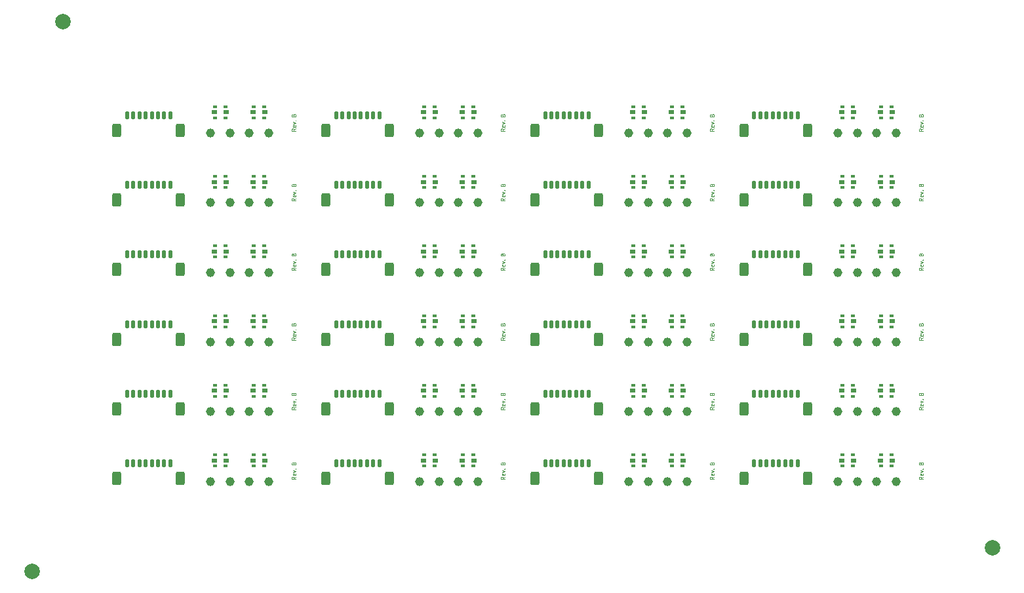
<source format=gbr>
%TF.GenerationSoftware,KiCad,Pcbnew,(7.0.0)*%
%TF.CreationDate,2023-07-13T10:06:37-04:00*%
%TF.ProjectId,bracket-led-panel,62726163-6b65-4742-9d6c-65642d70616e,rev?*%
%TF.SameCoordinates,Original*%
%TF.FileFunction,Soldermask,Top*%
%TF.FilePolarity,Negative*%
%FSLAX46Y46*%
G04 Gerber Fmt 4.6, Leading zero omitted, Abs format (unit mm)*
G04 Created by KiCad (PCBNEW (7.0.0)) date 2023-07-13 10:06:37*
%MOMM*%
%LPD*%
G01*
G04 APERTURE LIST*
G04 Aperture macros list*
%AMRoundRect*
0 Rectangle with rounded corners*
0 $1 Rounding radius*
0 $2 $3 $4 $5 $6 $7 $8 $9 X,Y pos of 4 corners*
0 Add a 4 corners polygon primitive as box body*
4,1,4,$2,$3,$4,$5,$6,$7,$8,$9,$2,$3,0*
0 Add four circle primitives for the rounded corners*
1,1,$1+$1,$2,$3*
1,1,$1+$1,$4,$5*
1,1,$1+$1,$6,$7*
1,1,$1+$1,$8,$9*
0 Add four rect primitives between the rounded corners*
20,1,$1+$1,$2,$3,$4,$5,0*
20,1,$1+$1,$4,$5,$6,$7,0*
20,1,$1+$1,$6,$7,$8,$9,0*
20,1,$1+$1,$8,$9,$2,$3,0*%
G04 Aperture macros list end*
%ADD10C,0.125000*%
%ADD11C,2.000000*%
%ADD12C,1.168400*%
%ADD13R,0.550000X0.400000*%
%ADD14R,0.700000X0.500000*%
%ADD15RoundRect,0.125000X-0.125000X-0.375000X0.125000X-0.375000X0.125000X0.375000X-0.125000X0.375000X0*%
%ADD16RoundRect,0.250000X-0.350000X-0.600000X0.350000X-0.600000X0.350000X0.600000X-0.350000X0.600000X0*%
G04 APERTURE END LIST*
D10*
X76041990Y-53817478D02*
X75803895Y-53984144D01*
X76041990Y-54103192D02*
X75541990Y-54103192D01*
X75541990Y-54103192D02*
X75541990Y-53912716D01*
X75541990Y-53912716D02*
X75565800Y-53865097D01*
X75565800Y-53865097D02*
X75589609Y-53841287D01*
X75589609Y-53841287D02*
X75637228Y-53817478D01*
X75637228Y-53817478D02*
X75708657Y-53817478D01*
X75708657Y-53817478D02*
X75756276Y-53841287D01*
X75756276Y-53841287D02*
X75780085Y-53865097D01*
X75780085Y-53865097D02*
X75803895Y-53912716D01*
X75803895Y-53912716D02*
X75803895Y-54103192D01*
X76018180Y-53412716D02*
X76041990Y-53460335D01*
X76041990Y-53460335D02*
X76041990Y-53555573D01*
X76041990Y-53555573D02*
X76018180Y-53603192D01*
X76018180Y-53603192D02*
X75970561Y-53627001D01*
X75970561Y-53627001D02*
X75780085Y-53627001D01*
X75780085Y-53627001D02*
X75732466Y-53603192D01*
X75732466Y-53603192D02*
X75708657Y-53555573D01*
X75708657Y-53555573D02*
X75708657Y-53460335D01*
X75708657Y-53460335D02*
X75732466Y-53412716D01*
X75732466Y-53412716D02*
X75780085Y-53388906D01*
X75780085Y-53388906D02*
X75827704Y-53388906D01*
X75827704Y-53388906D02*
X75875323Y-53627001D01*
X75708657Y-53222240D02*
X76041990Y-53103192D01*
X76041990Y-53103192D02*
X75708657Y-52984145D01*
X75994371Y-52793669D02*
X76018180Y-52769859D01*
X76018180Y-52769859D02*
X76041990Y-52793669D01*
X76041990Y-52793669D02*
X76018180Y-52817478D01*
X76018180Y-52817478D02*
X75994371Y-52793669D01*
X75994371Y-52793669D02*
X76041990Y-52793669D01*
X75780085Y-52088907D02*
X75803895Y-52017479D01*
X75803895Y-52017479D02*
X75827704Y-51993669D01*
X75827704Y-51993669D02*
X75875323Y-51969860D01*
X75875323Y-51969860D02*
X75946752Y-51969860D01*
X75946752Y-51969860D02*
X75994371Y-51993669D01*
X75994371Y-51993669D02*
X76018180Y-52017479D01*
X76018180Y-52017479D02*
X76041990Y-52065098D01*
X76041990Y-52065098D02*
X76041990Y-52255574D01*
X76041990Y-52255574D02*
X75541990Y-52255574D01*
X75541990Y-52255574D02*
X75541990Y-52088907D01*
X75541990Y-52088907D02*
X75565800Y-52041288D01*
X75565800Y-52041288D02*
X75589609Y-52017479D01*
X75589609Y-52017479D02*
X75637228Y-51993669D01*
X75637228Y-51993669D02*
X75684847Y-51993669D01*
X75684847Y-51993669D02*
X75732466Y-52017479D01*
X75732466Y-52017479D02*
X75756276Y-52041288D01*
X75756276Y-52041288D02*
X75780085Y-52088907D01*
X75780085Y-52088907D02*
X75780085Y-52255574D01*
X130041990Y-80817478D02*
X129803895Y-80984144D01*
X130041990Y-81103192D02*
X129541990Y-81103192D01*
X129541990Y-81103192D02*
X129541990Y-80912716D01*
X129541990Y-80912716D02*
X129565800Y-80865097D01*
X129565800Y-80865097D02*
X129589609Y-80841287D01*
X129589609Y-80841287D02*
X129637228Y-80817478D01*
X129637228Y-80817478D02*
X129708657Y-80817478D01*
X129708657Y-80817478D02*
X129756276Y-80841287D01*
X129756276Y-80841287D02*
X129780085Y-80865097D01*
X129780085Y-80865097D02*
X129803895Y-80912716D01*
X129803895Y-80912716D02*
X129803895Y-81103192D01*
X130018180Y-80412716D02*
X130041990Y-80460335D01*
X130041990Y-80460335D02*
X130041990Y-80555573D01*
X130041990Y-80555573D02*
X130018180Y-80603192D01*
X130018180Y-80603192D02*
X129970561Y-80627001D01*
X129970561Y-80627001D02*
X129780085Y-80627001D01*
X129780085Y-80627001D02*
X129732466Y-80603192D01*
X129732466Y-80603192D02*
X129708657Y-80555573D01*
X129708657Y-80555573D02*
X129708657Y-80460335D01*
X129708657Y-80460335D02*
X129732466Y-80412716D01*
X129732466Y-80412716D02*
X129780085Y-80388906D01*
X129780085Y-80388906D02*
X129827704Y-80388906D01*
X129827704Y-80388906D02*
X129875323Y-80627001D01*
X129708657Y-80222240D02*
X130041990Y-80103192D01*
X130041990Y-80103192D02*
X129708657Y-79984145D01*
X129994371Y-79793669D02*
X130018180Y-79769859D01*
X130018180Y-79769859D02*
X130041990Y-79793669D01*
X130041990Y-79793669D02*
X130018180Y-79817478D01*
X130018180Y-79817478D02*
X129994371Y-79793669D01*
X129994371Y-79793669D02*
X130041990Y-79793669D01*
X129780085Y-79088907D02*
X129803895Y-79017479D01*
X129803895Y-79017479D02*
X129827704Y-78993669D01*
X129827704Y-78993669D02*
X129875323Y-78969860D01*
X129875323Y-78969860D02*
X129946752Y-78969860D01*
X129946752Y-78969860D02*
X129994371Y-78993669D01*
X129994371Y-78993669D02*
X130018180Y-79017479D01*
X130018180Y-79017479D02*
X130041990Y-79065098D01*
X130041990Y-79065098D02*
X130041990Y-79255574D01*
X130041990Y-79255574D02*
X129541990Y-79255574D01*
X129541990Y-79255574D02*
X129541990Y-79088907D01*
X129541990Y-79088907D02*
X129565800Y-79041288D01*
X129565800Y-79041288D02*
X129589609Y-79017479D01*
X129589609Y-79017479D02*
X129637228Y-78993669D01*
X129637228Y-78993669D02*
X129684847Y-78993669D01*
X129684847Y-78993669D02*
X129732466Y-79017479D01*
X129732466Y-79017479D02*
X129756276Y-79041288D01*
X129756276Y-79041288D02*
X129780085Y-79088907D01*
X129780085Y-79088907D02*
X129780085Y-79255574D01*
X157041990Y-62817478D02*
X156803895Y-62984144D01*
X157041990Y-63103192D02*
X156541990Y-63103192D01*
X156541990Y-63103192D02*
X156541990Y-62912716D01*
X156541990Y-62912716D02*
X156565800Y-62865097D01*
X156565800Y-62865097D02*
X156589609Y-62841287D01*
X156589609Y-62841287D02*
X156637228Y-62817478D01*
X156637228Y-62817478D02*
X156708657Y-62817478D01*
X156708657Y-62817478D02*
X156756276Y-62841287D01*
X156756276Y-62841287D02*
X156780085Y-62865097D01*
X156780085Y-62865097D02*
X156803895Y-62912716D01*
X156803895Y-62912716D02*
X156803895Y-63103192D01*
X157018180Y-62412716D02*
X157041990Y-62460335D01*
X157041990Y-62460335D02*
X157041990Y-62555573D01*
X157041990Y-62555573D02*
X157018180Y-62603192D01*
X157018180Y-62603192D02*
X156970561Y-62627001D01*
X156970561Y-62627001D02*
X156780085Y-62627001D01*
X156780085Y-62627001D02*
X156732466Y-62603192D01*
X156732466Y-62603192D02*
X156708657Y-62555573D01*
X156708657Y-62555573D02*
X156708657Y-62460335D01*
X156708657Y-62460335D02*
X156732466Y-62412716D01*
X156732466Y-62412716D02*
X156780085Y-62388906D01*
X156780085Y-62388906D02*
X156827704Y-62388906D01*
X156827704Y-62388906D02*
X156875323Y-62627001D01*
X156708657Y-62222240D02*
X157041990Y-62103192D01*
X157041990Y-62103192D02*
X156708657Y-61984145D01*
X156994371Y-61793669D02*
X157018180Y-61769859D01*
X157018180Y-61769859D02*
X157041990Y-61793669D01*
X157041990Y-61793669D02*
X157018180Y-61817478D01*
X157018180Y-61817478D02*
X156994371Y-61793669D01*
X156994371Y-61793669D02*
X157041990Y-61793669D01*
X156780085Y-61088907D02*
X156803895Y-61017479D01*
X156803895Y-61017479D02*
X156827704Y-60993669D01*
X156827704Y-60993669D02*
X156875323Y-60969860D01*
X156875323Y-60969860D02*
X156946752Y-60969860D01*
X156946752Y-60969860D02*
X156994371Y-60993669D01*
X156994371Y-60993669D02*
X157018180Y-61017479D01*
X157018180Y-61017479D02*
X157041990Y-61065098D01*
X157041990Y-61065098D02*
X157041990Y-61255574D01*
X157041990Y-61255574D02*
X156541990Y-61255574D01*
X156541990Y-61255574D02*
X156541990Y-61088907D01*
X156541990Y-61088907D02*
X156565800Y-61041288D01*
X156565800Y-61041288D02*
X156589609Y-61017479D01*
X156589609Y-61017479D02*
X156637228Y-60993669D01*
X156637228Y-60993669D02*
X156684847Y-60993669D01*
X156684847Y-60993669D02*
X156732466Y-61017479D01*
X156732466Y-61017479D02*
X156756276Y-61041288D01*
X156756276Y-61041288D02*
X156780085Y-61088907D01*
X156780085Y-61088907D02*
X156780085Y-61255574D01*
X76041990Y-62817478D02*
X75803895Y-62984144D01*
X76041990Y-63103192D02*
X75541990Y-63103192D01*
X75541990Y-63103192D02*
X75541990Y-62912716D01*
X75541990Y-62912716D02*
X75565800Y-62865097D01*
X75565800Y-62865097D02*
X75589609Y-62841287D01*
X75589609Y-62841287D02*
X75637228Y-62817478D01*
X75637228Y-62817478D02*
X75708657Y-62817478D01*
X75708657Y-62817478D02*
X75756276Y-62841287D01*
X75756276Y-62841287D02*
X75780085Y-62865097D01*
X75780085Y-62865097D02*
X75803895Y-62912716D01*
X75803895Y-62912716D02*
X75803895Y-63103192D01*
X76018180Y-62412716D02*
X76041990Y-62460335D01*
X76041990Y-62460335D02*
X76041990Y-62555573D01*
X76041990Y-62555573D02*
X76018180Y-62603192D01*
X76018180Y-62603192D02*
X75970561Y-62627001D01*
X75970561Y-62627001D02*
X75780085Y-62627001D01*
X75780085Y-62627001D02*
X75732466Y-62603192D01*
X75732466Y-62603192D02*
X75708657Y-62555573D01*
X75708657Y-62555573D02*
X75708657Y-62460335D01*
X75708657Y-62460335D02*
X75732466Y-62412716D01*
X75732466Y-62412716D02*
X75780085Y-62388906D01*
X75780085Y-62388906D02*
X75827704Y-62388906D01*
X75827704Y-62388906D02*
X75875323Y-62627001D01*
X75708657Y-62222240D02*
X76041990Y-62103192D01*
X76041990Y-62103192D02*
X75708657Y-61984145D01*
X75994371Y-61793669D02*
X76018180Y-61769859D01*
X76018180Y-61769859D02*
X76041990Y-61793669D01*
X76041990Y-61793669D02*
X76018180Y-61817478D01*
X76018180Y-61817478D02*
X75994371Y-61793669D01*
X75994371Y-61793669D02*
X76041990Y-61793669D01*
X75780085Y-61088907D02*
X75803895Y-61017479D01*
X75803895Y-61017479D02*
X75827704Y-60993669D01*
X75827704Y-60993669D02*
X75875323Y-60969860D01*
X75875323Y-60969860D02*
X75946752Y-60969860D01*
X75946752Y-60969860D02*
X75994371Y-60993669D01*
X75994371Y-60993669D02*
X76018180Y-61017479D01*
X76018180Y-61017479D02*
X76041990Y-61065098D01*
X76041990Y-61065098D02*
X76041990Y-61255574D01*
X76041990Y-61255574D02*
X75541990Y-61255574D01*
X75541990Y-61255574D02*
X75541990Y-61088907D01*
X75541990Y-61088907D02*
X75565800Y-61041288D01*
X75565800Y-61041288D02*
X75589609Y-61017479D01*
X75589609Y-61017479D02*
X75637228Y-60993669D01*
X75637228Y-60993669D02*
X75684847Y-60993669D01*
X75684847Y-60993669D02*
X75732466Y-61017479D01*
X75732466Y-61017479D02*
X75756276Y-61041288D01*
X75756276Y-61041288D02*
X75780085Y-61088907D01*
X75780085Y-61088907D02*
X75780085Y-61255574D01*
X103041990Y-62817478D02*
X102803895Y-62984144D01*
X103041990Y-63103192D02*
X102541990Y-63103192D01*
X102541990Y-63103192D02*
X102541990Y-62912716D01*
X102541990Y-62912716D02*
X102565800Y-62865097D01*
X102565800Y-62865097D02*
X102589609Y-62841287D01*
X102589609Y-62841287D02*
X102637228Y-62817478D01*
X102637228Y-62817478D02*
X102708657Y-62817478D01*
X102708657Y-62817478D02*
X102756276Y-62841287D01*
X102756276Y-62841287D02*
X102780085Y-62865097D01*
X102780085Y-62865097D02*
X102803895Y-62912716D01*
X102803895Y-62912716D02*
X102803895Y-63103192D01*
X103018180Y-62412716D02*
X103041990Y-62460335D01*
X103041990Y-62460335D02*
X103041990Y-62555573D01*
X103041990Y-62555573D02*
X103018180Y-62603192D01*
X103018180Y-62603192D02*
X102970561Y-62627001D01*
X102970561Y-62627001D02*
X102780085Y-62627001D01*
X102780085Y-62627001D02*
X102732466Y-62603192D01*
X102732466Y-62603192D02*
X102708657Y-62555573D01*
X102708657Y-62555573D02*
X102708657Y-62460335D01*
X102708657Y-62460335D02*
X102732466Y-62412716D01*
X102732466Y-62412716D02*
X102780085Y-62388906D01*
X102780085Y-62388906D02*
X102827704Y-62388906D01*
X102827704Y-62388906D02*
X102875323Y-62627001D01*
X102708657Y-62222240D02*
X103041990Y-62103192D01*
X103041990Y-62103192D02*
X102708657Y-61984145D01*
X102994371Y-61793669D02*
X103018180Y-61769859D01*
X103018180Y-61769859D02*
X103041990Y-61793669D01*
X103041990Y-61793669D02*
X103018180Y-61817478D01*
X103018180Y-61817478D02*
X102994371Y-61793669D01*
X102994371Y-61793669D02*
X103041990Y-61793669D01*
X102780085Y-61088907D02*
X102803895Y-61017479D01*
X102803895Y-61017479D02*
X102827704Y-60993669D01*
X102827704Y-60993669D02*
X102875323Y-60969860D01*
X102875323Y-60969860D02*
X102946752Y-60969860D01*
X102946752Y-60969860D02*
X102994371Y-60993669D01*
X102994371Y-60993669D02*
X103018180Y-61017479D01*
X103018180Y-61017479D02*
X103041990Y-61065098D01*
X103041990Y-61065098D02*
X103041990Y-61255574D01*
X103041990Y-61255574D02*
X102541990Y-61255574D01*
X102541990Y-61255574D02*
X102541990Y-61088907D01*
X102541990Y-61088907D02*
X102565800Y-61041288D01*
X102565800Y-61041288D02*
X102589609Y-61017479D01*
X102589609Y-61017479D02*
X102637228Y-60993669D01*
X102637228Y-60993669D02*
X102684847Y-60993669D01*
X102684847Y-60993669D02*
X102732466Y-61017479D01*
X102732466Y-61017479D02*
X102756276Y-61041288D01*
X102756276Y-61041288D02*
X102780085Y-61088907D01*
X102780085Y-61088907D02*
X102780085Y-61255574D01*
X76041990Y-44817478D02*
X75803895Y-44984144D01*
X76041990Y-45103192D02*
X75541990Y-45103192D01*
X75541990Y-45103192D02*
X75541990Y-44912716D01*
X75541990Y-44912716D02*
X75565800Y-44865097D01*
X75565800Y-44865097D02*
X75589609Y-44841287D01*
X75589609Y-44841287D02*
X75637228Y-44817478D01*
X75637228Y-44817478D02*
X75708657Y-44817478D01*
X75708657Y-44817478D02*
X75756276Y-44841287D01*
X75756276Y-44841287D02*
X75780085Y-44865097D01*
X75780085Y-44865097D02*
X75803895Y-44912716D01*
X75803895Y-44912716D02*
X75803895Y-45103192D01*
X76018180Y-44412716D02*
X76041990Y-44460335D01*
X76041990Y-44460335D02*
X76041990Y-44555573D01*
X76041990Y-44555573D02*
X76018180Y-44603192D01*
X76018180Y-44603192D02*
X75970561Y-44627001D01*
X75970561Y-44627001D02*
X75780085Y-44627001D01*
X75780085Y-44627001D02*
X75732466Y-44603192D01*
X75732466Y-44603192D02*
X75708657Y-44555573D01*
X75708657Y-44555573D02*
X75708657Y-44460335D01*
X75708657Y-44460335D02*
X75732466Y-44412716D01*
X75732466Y-44412716D02*
X75780085Y-44388906D01*
X75780085Y-44388906D02*
X75827704Y-44388906D01*
X75827704Y-44388906D02*
X75875323Y-44627001D01*
X75708657Y-44222240D02*
X76041990Y-44103192D01*
X76041990Y-44103192D02*
X75708657Y-43984145D01*
X75994371Y-43793669D02*
X76018180Y-43769859D01*
X76018180Y-43769859D02*
X76041990Y-43793669D01*
X76041990Y-43793669D02*
X76018180Y-43817478D01*
X76018180Y-43817478D02*
X75994371Y-43793669D01*
X75994371Y-43793669D02*
X76041990Y-43793669D01*
X75780085Y-43088907D02*
X75803895Y-43017479D01*
X75803895Y-43017479D02*
X75827704Y-42993669D01*
X75827704Y-42993669D02*
X75875323Y-42969860D01*
X75875323Y-42969860D02*
X75946752Y-42969860D01*
X75946752Y-42969860D02*
X75994371Y-42993669D01*
X75994371Y-42993669D02*
X76018180Y-43017479D01*
X76018180Y-43017479D02*
X76041990Y-43065098D01*
X76041990Y-43065098D02*
X76041990Y-43255574D01*
X76041990Y-43255574D02*
X75541990Y-43255574D01*
X75541990Y-43255574D02*
X75541990Y-43088907D01*
X75541990Y-43088907D02*
X75565800Y-43041288D01*
X75565800Y-43041288D02*
X75589609Y-43017479D01*
X75589609Y-43017479D02*
X75637228Y-42993669D01*
X75637228Y-42993669D02*
X75684847Y-42993669D01*
X75684847Y-42993669D02*
X75732466Y-43017479D01*
X75732466Y-43017479D02*
X75756276Y-43041288D01*
X75756276Y-43041288D02*
X75780085Y-43088907D01*
X75780085Y-43088907D02*
X75780085Y-43255574D01*
X157041990Y-44817478D02*
X156803895Y-44984144D01*
X157041990Y-45103192D02*
X156541990Y-45103192D01*
X156541990Y-45103192D02*
X156541990Y-44912716D01*
X156541990Y-44912716D02*
X156565800Y-44865097D01*
X156565800Y-44865097D02*
X156589609Y-44841287D01*
X156589609Y-44841287D02*
X156637228Y-44817478D01*
X156637228Y-44817478D02*
X156708657Y-44817478D01*
X156708657Y-44817478D02*
X156756276Y-44841287D01*
X156756276Y-44841287D02*
X156780085Y-44865097D01*
X156780085Y-44865097D02*
X156803895Y-44912716D01*
X156803895Y-44912716D02*
X156803895Y-45103192D01*
X157018180Y-44412716D02*
X157041990Y-44460335D01*
X157041990Y-44460335D02*
X157041990Y-44555573D01*
X157041990Y-44555573D02*
X157018180Y-44603192D01*
X157018180Y-44603192D02*
X156970561Y-44627001D01*
X156970561Y-44627001D02*
X156780085Y-44627001D01*
X156780085Y-44627001D02*
X156732466Y-44603192D01*
X156732466Y-44603192D02*
X156708657Y-44555573D01*
X156708657Y-44555573D02*
X156708657Y-44460335D01*
X156708657Y-44460335D02*
X156732466Y-44412716D01*
X156732466Y-44412716D02*
X156780085Y-44388906D01*
X156780085Y-44388906D02*
X156827704Y-44388906D01*
X156827704Y-44388906D02*
X156875323Y-44627001D01*
X156708657Y-44222240D02*
X157041990Y-44103192D01*
X157041990Y-44103192D02*
X156708657Y-43984145D01*
X156994371Y-43793669D02*
X157018180Y-43769859D01*
X157018180Y-43769859D02*
X157041990Y-43793669D01*
X157041990Y-43793669D02*
X157018180Y-43817478D01*
X157018180Y-43817478D02*
X156994371Y-43793669D01*
X156994371Y-43793669D02*
X157041990Y-43793669D01*
X156780085Y-43088907D02*
X156803895Y-43017479D01*
X156803895Y-43017479D02*
X156827704Y-42993669D01*
X156827704Y-42993669D02*
X156875323Y-42969860D01*
X156875323Y-42969860D02*
X156946752Y-42969860D01*
X156946752Y-42969860D02*
X156994371Y-42993669D01*
X156994371Y-42993669D02*
X157018180Y-43017479D01*
X157018180Y-43017479D02*
X157041990Y-43065098D01*
X157041990Y-43065098D02*
X157041990Y-43255574D01*
X157041990Y-43255574D02*
X156541990Y-43255574D01*
X156541990Y-43255574D02*
X156541990Y-43088907D01*
X156541990Y-43088907D02*
X156565800Y-43041288D01*
X156565800Y-43041288D02*
X156589609Y-43017479D01*
X156589609Y-43017479D02*
X156637228Y-42993669D01*
X156637228Y-42993669D02*
X156684847Y-42993669D01*
X156684847Y-42993669D02*
X156732466Y-43017479D01*
X156732466Y-43017479D02*
X156756276Y-43041288D01*
X156756276Y-43041288D02*
X156780085Y-43088907D01*
X156780085Y-43088907D02*
X156780085Y-43255574D01*
X103041990Y-89817478D02*
X102803895Y-89984144D01*
X103041990Y-90103192D02*
X102541990Y-90103192D01*
X102541990Y-90103192D02*
X102541990Y-89912716D01*
X102541990Y-89912716D02*
X102565800Y-89865097D01*
X102565800Y-89865097D02*
X102589609Y-89841287D01*
X102589609Y-89841287D02*
X102637228Y-89817478D01*
X102637228Y-89817478D02*
X102708657Y-89817478D01*
X102708657Y-89817478D02*
X102756276Y-89841287D01*
X102756276Y-89841287D02*
X102780085Y-89865097D01*
X102780085Y-89865097D02*
X102803895Y-89912716D01*
X102803895Y-89912716D02*
X102803895Y-90103192D01*
X103018180Y-89412716D02*
X103041990Y-89460335D01*
X103041990Y-89460335D02*
X103041990Y-89555573D01*
X103041990Y-89555573D02*
X103018180Y-89603192D01*
X103018180Y-89603192D02*
X102970561Y-89627001D01*
X102970561Y-89627001D02*
X102780085Y-89627001D01*
X102780085Y-89627001D02*
X102732466Y-89603192D01*
X102732466Y-89603192D02*
X102708657Y-89555573D01*
X102708657Y-89555573D02*
X102708657Y-89460335D01*
X102708657Y-89460335D02*
X102732466Y-89412716D01*
X102732466Y-89412716D02*
X102780085Y-89388906D01*
X102780085Y-89388906D02*
X102827704Y-89388906D01*
X102827704Y-89388906D02*
X102875323Y-89627001D01*
X102708657Y-89222240D02*
X103041990Y-89103192D01*
X103041990Y-89103192D02*
X102708657Y-88984145D01*
X102994371Y-88793669D02*
X103018180Y-88769859D01*
X103018180Y-88769859D02*
X103041990Y-88793669D01*
X103041990Y-88793669D02*
X103018180Y-88817478D01*
X103018180Y-88817478D02*
X102994371Y-88793669D01*
X102994371Y-88793669D02*
X103041990Y-88793669D01*
X102780085Y-88088907D02*
X102803895Y-88017479D01*
X102803895Y-88017479D02*
X102827704Y-87993669D01*
X102827704Y-87993669D02*
X102875323Y-87969860D01*
X102875323Y-87969860D02*
X102946752Y-87969860D01*
X102946752Y-87969860D02*
X102994371Y-87993669D01*
X102994371Y-87993669D02*
X103018180Y-88017479D01*
X103018180Y-88017479D02*
X103041990Y-88065098D01*
X103041990Y-88065098D02*
X103041990Y-88255574D01*
X103041990Y-88255574D02*
X102541990Y-88255574D01*
X102541990Y-88255574D02*
X102541990Y-88088907D01*
X102541990Y-88088907D02*
X102565800Y-88041288D01*
X102565800Y-88041288D02*
X102589609Y-88017479D01*
X102589609Y-88017479D02*
X102637228Y-87993669D01*
X102637228Y-87993669D02*
X102684847Y-87993669D01*
X102684847Y-87993669D02*
X102732466Y-88017479D01*
X102732466Y-88017479D02*
X102756276Y-88041288D01*
X102756276Y-88041288D02*
X102780085Y-88088907D01*
X102780085Y-88088907D02*
X102780085Y-88255574D01*
X103041990Y-44817478D02*
X102803895Y-44984144D01*
X103041990Y-45103192D02*
X102541990Y-45103192D01*
X102541990Y-45103192D02*
X102541990Y-44912716D01*
X102541990Y-44912716D02*
X102565800Y-44865097D01*
X102565800Y-44865097D02*
X102589609Y-44841287D01*
X102589609Y-44841287D02*
X102637228Y-44817478D01*
X102637228Y-44817478D02*
X102708657Y-44817478D01*
X102708657Y-44817478D02*
X102756276Y-44841287D01*
X102756276Y-44841287D02*
X102780085Y-44865097D01*
X102780085Y-44865097D02*
X102803895Y-44912716D01*
X102803895Y-44912716D02*
X102803895Y-45103192D01*
X103018180Y-44412716D02*
X103041990Y-44460335D01*
X103041990Y-44460335D02*
X103041990Y-44555573D01*
X103041990Y-44555573D02*
X103018180Y-44603192D01*
X103018180Y-44603192D02*
X102970561Y-44627001D01*
X102970561Y-44627001D02*
X102780085Y-44627001D01*
X102780085Y-44627001D02*
X102732466Y-44603192D01*
X102732466Y-44603192D02*
X102708657Y-44555573D01*
X102708657Y-44555573D02*
X102708657Y-44460335D01*
X102708657Y-44460335D02*
X102732466Y-44412716D01*
X102732466Y-44412716D02*
X102780085Y-44388906D01*
X102780085Y-44388906D02*
X102827704Y-44388906D01*
X102827704Y-44388906D02*
X102875323Y-44627001D01*
X102708657Y-44222240D02*
X103041990Y-44103192D01*
X103041990Y-44103192D02*
X102708657Y-43984145D01*
X102994371Y-43793669D02*
X103018180Y-43769859D01*
X103018180Y-43769859D02*
X103041990Y-43793669D01*
X103041990Y-43793669D02*
X103018180Y-43817478D01*
X103018180Y-43817478D02*
X102994371Y-43793669D01*
X102994371Y-43793669D02*
X103041990Y-43793669D01*
X102780085Y-43088907D02*
X102803895Y-43017479D01*
X102803895Y-43017479D02*
X102827704Y-42993669D01*
X102827704Y-42993669D02*
X102875323Y-42969860D01*
X102875323Y-42969860D02*
X102946752Y-42969860D01*
X102946752Y-42969860D02*
X102994371Y-42993669D01*
X102994371Y-42993669D02*
X103018180Y-43017479D01*
X103018180Y-43017479D02*
X103041990Y-43065098D01*
X103041990Y-43065098D02*
X103041990Y-43255574D01*
X103041990Y-43255574D02*
X102541990Y-43255574D01*
X102541990Y-43255574D02*
X102541990Y-43088907D01*
X102541990Y-43088907D02*
X102565800Y-43041288D01*
X102565800Y-43041288D02*
X102589609Y-43017479D01*
X102589609Y-43017479D02*
X102637228Y-42993669D01*
X102637228Y-42993669D02*
X102684847Y-42993669D01*
X102684847Y-42993669D02*
X102732466Y-43017479D01*
X102732466Y-43017479D02*
X102756276Y-43041288D01*
X102756276Y-43041288D02*
X102780085Y-43088907D01*
X102780085Y-43088907D02*
X102780085Y-43255574D01*
X76041990Y-89817478D02*
X75803895Y-89984144D01*
X76041990Y-90103192D02*
X75541990Y-90103192D01*
X75541990Y-90103192D02*
X75541990Y-89912716D01*
X75541990Y-89912716D02*
X75565800Y-89865097D01*
X75565800Y-89865097D02*
X75589609Y-89841287D01*
X75589609Y-89841287D02*
X75637228Y-89817478D01*
X75637228Y-89817478D02*
X75708657Y-89817478D01*
X75708657Y-89817478D02*
X75756276Y-89841287D01*
X75756276Y-89841287D02*
X75780085Y-89865097D01*
X75780085Y-89865097D02*
X75803895Y-89912716D01*
X75803895Y-89912716D02*
X75803895Y-90103192D01*
X76018180Y-89412716D02*
X76041990Y-89460335D01*
X76041990Y-89460335D02*
X76041990Y-89555573D01*
X76041990Y-89555573D02*
X76018180Y-89603192D01*
X76018180Y-89603192D02*
X75970561Y-89627001D01*
X75970561Y-89627001D02*
X75780085Y-89627001D01*
X75780085Y-89627001D02*
X75732466Y-89603192D01*
X75732466Y-89603192D02*
X75708657Y-89555573D01*
X75708657Y-89555573D02*
X75708657Y-89460335D01*
X75708657Y-89460335D02*
X75732466Y-89412716D01*
X75732466Y-89412716D02*
X75780085Y-89388906D01*
X75780085Y-89388906D02*
X75827704Y-89388906D01*
X75827704Y-89388906D02*
X75875323Y-89627001D01*
X75708657Y-89222240D02*
X76041990Y-89103192D01*
X76041990Y-89103192D02*
X75708657Y-88984145D01*
X75994371Y-88793669D02*
X76018180Y-88769859D01*
X76018180Y-88769859D02*
X76041990Y-88793669D01*
X76041990Y-88793669D02*
X76018180Y-88817478D01*
X76018180Y-88817478D02*
X75994371Y-88793669D01*
X75994371Y-88793669D02*
X76041990Y-88793669D01*
X75780085Y-88088907D02*
X75803895Y-88017479D01*
X75803895Y-88017479D02*
X75827704Y-87993669D01*
X75827704Y-87993669D02*
X75875323Y-87969860D01*
X75875323Y-87969860D02*
X75946752Y-87969860D01*
X75946752Y-87969860D02*
X75994371Y-87993669D01*
X75994371Y-87993669D02*
X76018180Y-88017479D01*
X76018180Y-88017479D02*
X76041990Y-88065098D01*
X76041990Y-88065098D02*
X76041990Y-88255574D01*
X76041990Y-88255574D02*
X75541990Y-88255574D01*
X75541990Y-88255574D02*
X75541990Y-88088907D01*
X75541990Y-88088907D02*
X75565800Y-88041288D01*
X75565800Y-88041288D02*
X75589609Y-88017479D01*
X75589609Y-88017479D02*
X75637228Y-87993669D01*
X75637228Y-87993669D02*
X75684847Y-87993669D01*
X75684847Y-87993669D02*
X75732466Y-88017479D01*
X75732466Y-88017479D02*
X75756276Y-88041288D01*
X75756276Y-88041288D02*
X75780085Y-88088907D01*
X75780085Y-88088907D02*
X75780085Y-88255574D01*
X157041990Y-80817478D02*
X156803895Y-80984144D01*
X157041990Y-81103192D02*
X156541990Y-81103192D01*
X156541990Y-81103192D02*
X156541990Y-80912716D01*
X156541990Y-80912716D02*
X156565800Y-80865097D01*
X156565800Y-80865097D02*
X156589609Y-80841287D01*
X156589609Y-80841287D02*
X156637228Y-80817478D01*
X156637228Y-80817478D02*
X156708657Y-80817478D01*
X156708657Y-80817478D02*
X156756276Y-80841287D01*
X156756276Y-80841287D02*
X156780085Y-80865097D01*
X156780085Y-80865097D02*
X156803895Y-80912716D01*
X156803895Y-80912716D02*
X156803895Y-81103192D01*
X157018180Y-80412716D02*
X157041990Y-80460335D01*
X157041990Y-80460335D02*
X157041990Y-80555573D01*
X157041990Y-80555573D02*
X157018180Y-80603192D01*
X157018180Y-80603192D02*
X156970561Y-80627001D01*
X156970561Y-80627001D02*
X156780085Y-80627001D01*
X156780085Y-80627001D02*
X156732466Y-80603192D01*
X156732466Y-80603192D02*
X156708657Y-80555573D01*
X156708657Y-80555573D02*
X156708657Y-80460335D01*
X156708657Y-80460335D02*
X156732466Y-80412716D01*
X156732466Y-80412716D02*
X156780085Y-80388906D01*
X156780085Y-80388906D02*
X156827704Y-80388906D01*
X156827704Y-80388906D02*
X156875323Y-80627001D01*
X156708657Y-80222240D02*
X157041990Y-80103192D01*
X157041990Y-80103192D02*
X156708657Y-79984145D01*
X156994371Y-79793669D02*
X157018180Y-79769859D01*
X157018180Y-79769859D02*
X157041990Y-79793669D01*
X157041990Y-79793669D02*
X157018180Y-79817478D01*
X157018180Y-79817478D02*
X156994371Y-79793669D01*
X156994371Y-79793669D02*
X157041990Y-79793669D01*
X156780085Y-79088907D02*
X156803895Y-79017479D01*
X156803895Y-79017479D02*
X156827704Y-78993669D01*
X156827704Y-78993669D02*
X156875323Y-78969860D01*
X156875323Y-78969860D02*
X156946752Y-78969860D01*
X156946752Y-78969860D02*
X156994371Y-78993669D01*
X156994371Y-78993669D02*
X157018180Y-79017479D01*
X157018180Y-79017479D02*
X157041990Y-79065098D01*
X157041990Y-79065098D02*
X157041990Y-79255574D01*
X157041990Y-79255574D02*
X156541990Y-79255574D01*
X156541990Y-79255574D02*
X156541990Y-79088907D01*
X156541990Y-79088907D02*
X156565800Y-79041288D01*
X156565800Y-79041288D02*
X156589609Y-79017479D01*
X156589609Y-79017479D02*
X156637228Y-78993669D01*
X156637228Y-78993669D02*
X156684847Y-78993669D01*
X156684847Y-78993669D02*
X156732466Y-79017479D01*
X156732466Y-79017479D02*
X156756276Y-79041288D01*
X156756276Y-79041288D02*
X156780085Y-79088907D01*
X156780085Y-79088907D02*
X156780085Y-79255574D01*
X157041990Y-53817478D02*
X156803895Y-53984144D01*
X157041990Y-54103192D02*
X156541990Y-54103192D01*
X156541990Y-54103192D02*
X156541990Y-53912716D01*
X156541990Y-53912716D02*
X156565800Y-53865097D01*
X156565800Y-53865097D02*
X156589609Y-53841287D01*
X156589609Y-53841287D02*
X156637228Y-53817478D01*
X156637228Y-53817478D02*
X156708657Y-53817478D01*
X156708657Y-53817478D02*
X156756276Y-53841287D01*
X156756276Y-53841287D02*
X156780085Y-53865097D01*
X156780085Y-53865097D02*
X156803895Y-53912716D01*
X156803895Y-53912716D02*
X156803895Y-54103192D01*
X157018180Y-53412716D02*
X157041990Y-53460335D01*
X157041990Y-53460335D02*
X157041990Y-53555573D01*
X157041990Y-53555573D02*
X157018180Y-53603192D01*
X157018180Y-53603192D02*
X156970561Y-53627001D01*
X156970561Y-53627001D02*
X156780085Y-53627001D01*
X156780085Y-53627001D02*
X156732466Y-53603192D01*
X156732466Y-53603192D02*
X156708657Y-53555573D01*
X156708657Y-53555573D02*
X156708657Y-53460335D01*
X156708657Y-53460335D02*
X156732466Y-53412716D01*
X156732466Y-53412716D02*
X156780085Y-53388906D01*
X156780085Y-53388906D02*
X156827704Y-53388906D01*
X156827704Y-53388906D02*
X156875323Y-53627001D01*
X156708657Y-53222240D02*
X157041990Y-53103192D01*
X157041990Y-53103192D02*
X156708657Y-52984145D01*
X156994371Y-52793669D02*
X157018180Y-52769859D01*
X157018180Y-52769859D02*
X157041990Y-52793669D01*
X157041990Y-52793669D02*
X157018180Y-52817478D01*
X157018180Y-52817478D02*
X156994371Y-52793669D01*
X156994371Y-52793669D02*
X157041990Y-52793669D01*
X156780085Y-52088907D02*
X156803895Y-52017479D01*
X156803895Y-52017479D02*
X156827704Y-51993669D01*
X156827704Y-51993669D02*
X156875323Y-51969860D01*
X156875323Y-51969860D02*
X156946752Y-51969860D01*
X156946752Y-51969860D02*
X156994371Y-51993669D01*
X156994371Y-51993669D02*
X157018180Y-52017479D01*
X157018180Y-52017479D02*
X157041990Y-52065098D01*
X157041990Y-52065098D02*
X157041990Y-52255574D01*
X157041990Y-52255574D02*
X156541990Y-52255574D01*
X156541990Y-52255574D02*
X156541990Y-52088907D01*
X156541990Y-52088907D02*
X156565800Y-52041288D01*
X156565800Y-52041288D02*
X156589609Y-52017479D01*
X156589609Y-52017479D02*
X156637228Y-51993669D01*
X156637228Y-51993669D02*
X156684847Y-51993669D01*
X156684847Y-51993669D02*
X156732466Y-52017479D01*
X156732466Y-52017479D02*
X156756276Y-52041288D01*
X156756276Y-52041288D02*
X156780085Y-52088907D01*
X156780085Y-52088907D02*
X156780085Y-52255574D01*
X76041990Y-71817478D02*
X75803895Y-71984144D01*
X76041990Y-72103192D02*
X75541990Y-72103192D01*
X75541990Y-72103192D02*
X75541990Y-71912716D01*
X75541990Y-71912716D02*
X75565800Y-71865097D01*
X75565800Y-71865097D02*
X75589609Y-71841287D01*
X75589609Y-71841287D02*
X75637228Y-71817478D01*
X75637228Y-71817478D02*
X75708657Y-71817478D01*
X75708657Y-71817478D02*
X75756276Y-71841287D01*
X75756276Y-71841287D02*
X75780085Y-71865097D01*
X75780085Y-71865097D02*
X75803895Y-71912716D01*
X75803895Y-71912716D02*
X75803895Y-72103192D01*
X76018180Y-71412716D02*
X76041990Y-71460335D01*
X76041990Y-71460335D02*
X76041990Y-71555573D01*
X76041990Y-71555573D02*
X76018180Y-71603192D01*
X76018180Y-71603192D02*
X75970561Y-71627001D01*
X75970561Y-71627001D02*
X75780085Y-71627001D01*
X75780085Y-71627001D02*
X75732466Y-71603192D01*
X75732466Y-71603192D02*
X75708657Y-71555573D01*
X75708657Y-71555573D02*
X75708657Y-71460335D01*
X75708657Y-71460335D02*
X75732466Y-71412716D01*
X75732466Y-71412716D02*
X75780085Y-71388906D01*
X75780085Y-71388906D02*
X75827704Y-71388906D01*
X75827704Y-71388906D02*
X75875323Y-71627001D01*
X75708657Y-71222240D02*
X76041990Y-71103192D01*
X76041990Y-71103192D02*
X75708657Y-70984145D01*
X75994371Y-70793669D02*
X76018180Y-70769859D01*
X76018180Y-70769859D02*
X76041990Y-70793669D01*
X76041990Y-70793669D02*
X76018180Y-70817478D01*
X76018180Y-70817478D02*
X75994371Y-70793669D01*
X75994371Y-70793669D02*
X76041990Y-70793669D01*
X75780085Y-70088907D02*
X75803895Y-70017479D01*
X75803895Y-70017479D02*
X75827704Y-69993669D01*
X75827704Y-69993669D02*
X75875323Y-69969860D01*
X75875323Y-69969860D02*
X75946752Y-69969860D01*
X75946752Y-69969860D02*
X75994371Y-69993669D01*
X75994371Y-69993669D02*
X76018180Y-70017479D01*
X76018180Y-70017479D02*
X76041990Y-70065098D01*
X76041990Y-70065098D02*
X76041990Y-70255574D01*
X76041990Y-70255574D02*
X75541990Y-70255574D01*
X75541990Y-70255574D02*
X75541990Y-70088907D01*
X75541990Y-70088907D02*
X75565800Y-70041288D01*
X75565800Y-70041288D02*
X75589609Y-70017479D01*
X75589609Y-70017479D02*
X75637228Y-69993669D01*
X75637228Y-69993669D02*
X75684847Y-69993669D01*
X75684847Y-69993669D02*
X75732466Y-70017479D01*
X75732466Y-70017479D02*
X75756276Y-70041288D01*
X75756276Y-70041288D02*
X75780085Y-70088907D01*
X75780085Y-70088907D02*
X75780085Y-70255574D01*
X130041990Y-44817478D02*
X129803895Y-44984144D01*
X130041990Y-45103192D02*
X129541990Y-45103192D01*
X129541990Y-45103192D02*
X129541990Y-44912716D01*
X129541990Y-44912716D02*
X129565800Y-44865097D01*
X129565800Y-44865097D02*
X129589609Y-44841287D01*
X129589609Y-44841287D02*
X129637228Y-44817478D01*
X129637228Y-44817478D02*
X129708657Y-44817478D01*
X129708657Y-44817478D02*
X129756276Y-44841287D01*
X129756276Y-44841287D02*
X129780085Y-44865097D01*
X129780085Y-44865097D02*
X129803895Y-44912716D01*
X129803895Y-44912716D02*
X129803895Y-45103192D01*
X130018180Y-44412716D02*
X130041990Y-44460335D01*
X130041990Y-44460335D02*
X130041990Y-44555573D01*
X130041990Y-44555573D02*
X130018180Y-44603192D01*
X130018180Y-44603192D02*
X129970561Y-44627001D01*
X129970561Y-44627001D02*
X129780085Y-44627001D01*
X129780085Y-44627001D02*
X129732466Y-44603192D01*
X129732466Y-44603192D02*
X129708657Y-44555573D01*
X129708657Y-44555573D02*
X129708657Y-44460335D01*
X129708657Y-44460335D02*
X129732466Y-44412716D01*
X129732466Y-44412716D02*
X129780085Y-44388906D01*
X129780085Y-44388906D02*
X129827704Y-44388906D01*
X129827704Y-44388906D02*
X129875323Y-44627001D01*
X129708657Y-44222240D02*
X130041990Y-44103192D01*
X130041990Y-44103192D02*
X129708657Y-43984145D01*
X129994371Y-43793669D02*
X130018180Y-43769859D01*
X130018180Y-43769859D02*
X130041990Y-43793669D01*
X130041990Y-43793669D02*
X130018180Y-43817478D01*
X130018180Y-43817478D02*
X129994371Y-43793669D01*
X129994371Y-43793669D02*
X130041990Y-43793669D01*
X129780085Y-43088907D02*
X129803895Y-43017479D01*
X129803895Y-43017479D02*
X129827704Y-42993669D01*
X129827704Y-42993669D02*
X129875323Y-42969860D01*
X129875323Y-42969860D02*
X129946752Y-42969860D01*
X129946752Y-42969860D02*
X129994371Y-42993669D01*
X129994371Y-42993669D02*
X130018180Y-43017479D01*
X130018180Y-43017479D02*
X130041990Y-43065098D01*
X130041990Y-43065098D02*
X130041990Y-43255574D01*
X130041990Y-43255574D02*
X129541990Y-43255574D01*
X129541990Y-43255574D02*
X129541990Y-43088907D01*
X129541990Y-43088907D02*
X129565800Y-43041288D01*
X129565800Y-43041288D02*
X129589609Y-43017479D01*
X129589609Y-43017479D02*
X129637228Y-42993669D01*
X129637228Y-42993669D02*
X129684847Y-42993669D01*
X129684847Y-42993669D02*
X129732466Y-43017479D01*
X129732466Y-43017479D02*
X129756276Y-43041288D01*
X129756276Y-43041288D02*
X129780085Y-43088907D01*
X129780085Y-43088907D02*
X129780085Y-43255574D01*
X103041990Y-71817478D02*
X102803895Y-71984144D01*
X103041990Y-72103192D02*
X102541990Y-72103192D01*
X102541990Y-72103192D02*
X102541990Y-71912716D01*
X102541990Y-71912716D02*
X102565800Y-71865097D01*
X102565800Y-71865097D02*
X102589609Y-71841287D01*
X102589609Y-71841287D02*
X102637228Y-71817478D01*
X102637228Y-71817478D02*
X102708657Y-71817478D01*
X102708657Y-71817478D02*
X102756276Y-71841287D01*
X102756276Y-71841287D02*
X102780085Y-71865097D01*
X102780085Y-71865097D02*
X102803895Y-71912716D01*
X102803895Y-71912716D02*
X102803895Y-72103192D01*
X103018180Y-71412716D02*
X103041990Y-71460335D01*
X103041990Y-71460335D02*
X103041990Y-71555573D01*
X103041990Y-71555573D02*
X103018180Y-71603192D01*
X103018180Y-71603192D02*
X102970561Y-71627001D01*
X102970561Y-71627001D02*
X102780085Y-71627001D01*
X102780085Y-71627001D02*
X102732466Y-71603192D01*
X102732466Y-71603192D02*
X102708657Y-71555573D01*
X102708657Y-71555573D02*
X102708657Y-71460335D01*
X102708657Y-71460335D02*
X102732466Y-71412716D01*
X102732466Y-71412716D02*
X102780085Y-71388906D01*
X102780085Y-71388906D02*
X102827704Y-71388906D01*
X102827704Y-71388906D02*
X102875323Y-71627001D01*
X102708657Y-71222240D02*
X103041990Y-71103192D01*
X103041990Y-71103192D02*
X102708657Y-70984145D01*
X102994371Y-70793669D02*
X103018180Y-70769859D01*
X103018180Y-70769859D02*
X103041990Y-70793669D01*
X103041990Y-70793669D02*
X103018180Y-70817478D01*
X103018180Y-70817478D02*
X102994371Y-70793669D01*
X102994371Y-70793669D02*
X103041990Y-70793669D01*
X102780085Y-70088907D02*
X102803895Y-70017479D01*
X102803895Y-70017479D02*
X102827704Y-69993669D01*
X102827704Y-69993669D02*
X102875323Y-69969860D01*
X102875323Y-69969860D02*
X102946752Y-69969860D01*
X102946752Y-69969860D02*
X102994371Y-69993669D01*
X102994371Y-69993669D02*
X103018180Y-70017479D01*
X103018180Y-70017479D02*
X103041990Y-70065098D01*
X103041990Y-70065098D02*
X103041990Y-70255574D01*
X103041990Y-70255574D02*
X102541990Y-70255574D01*
X102541990Y-70255574D02*
X102541990Y-70088907D01*
X102541990Y-70088907D02*
X102565800Y-70041288D01*
X102565800Y-70041288D02*
X102589609Y-70017479D01*
X102589609Y-70017479D02*
X102637228Y-69993669D01*
X102637228Y-69993669D02*
X102684847Y-69993669D01*
X102684847Y-69993669D02*
X102732466Y-70017479D01*
X102732466Y-70017479D02*
X102756276Y-70041288D01*
X102756276Y-70041288D02*
X102780085Y-70088907D01*
X102780085Y-70088907D02*
X102780085Y-70255574D01*
X157041990Y-71817478D02*
X156803895Y-71984144D01*
X157041990Y-72103192D02*
X156541990Y-72103192D01*
X156541990Y-72103192D02*
X156541990Y-71912716D01*
X156541990Y-71912716D02*
X156565800Y-71865097D01*
X156565800Y-71865097D02*
X156589609Y-71841287D01*
X156589609Y-71841287D02*
X156637228Y-71817478D01*
X156637228Y-71817478D02*
X156708657Y-71817478D01*
X156708657Y-71817478D02*
X156756276Y-71841287D01*
X156756276Y-71841287D02*
X156780085Y-71865097D01*
X156780085Y-71865097D02*
X156803895Y-71912716D01*
X156803895Y-71912716D02*
X156803895Y-72103192D01*
X157018180Y-71412716D02*
X157041990Y-71460335D01*
X157041990Y-71460335D02*
X157041990Y-71555573D01*
X157041990Y-71555573D02*
X157018180Y-71603192D01*
X157018180Y-71603192D02*
X156970561Y-71627001D01*
X156970561Y-71627001D02*
X156780085Y-71627001D01*
X156780085Y-71627001D02*
X156732466Y-71603192D01*
X156732466Y-71603192D02*
X156708657Y-71555573D01*
X156708657Y-71555573D02*
X156708657Y-71460335D01*
X156708657Y-71460335D02*
X156732466Y-71412716D01*
X156732466Y-71412716D02*
X156780085Y-71388906D01*
X156780085Y-71388906D02*
X156827704Y-71388906D01*
X156827704Y-71388906D02*
X156875323Y-71627001D01*
X156708657Y-71222240D02*
X157041990Y-71103192D01*
X157041990Y-71103192D02*
X156708657Y-70984145D01*
X156994371Y-70793669D02*
X157018180Y-70769859D01*
X157018180Y-70769859D02*
X157041990Y-70793669D01*
X157041990Y-70793669D02*
X157018180Y-70817478D01*
X157018180Y-70817478D02*
X156994371Y-70793669D01*
X156994371Y-70793669D02*
X157041990Y-70793669D01*
X156780085Y-70088907D02*
X156803895Y-70017479D01*
X156803895Y-70017479D02*
X156827704Y-69993669D01*
X156827704Y-69993669D02*
X156875323Y-69969860D01*
X156875323Y-69969860D02*
X156946752Y-69969860D01*
X156946752Y-69969860D02*
X156994371Y-69993669D01*
X156994371Y-69993669D02*
X157018180Y-70017479D01*
X157018180Y-70017479D02*
X157041990Y-70065098D01*
X157041990Y-70065098D02*
X157041990Y-70255574D01*
X157041990Y-70255574D02*
X156541990Y-70255574D01*
X156541990Y-70255574D02*
X156541990Y-70088907D01*
X156541990Y-70088907D02*
X156565800Y-70041288D01*
X156565800Y-70041288D02*
X156589609Y-70017479D01*
X156589609Y-70017479D02*
X156637228Y-69993669D01*
X156637228Y-69993669D02*
X156684847Y-69993669D01*
X156684847Y-69993669D02*
X156732466Y-70017479D01*
X156732466Y-70017479D02*
X156756276Y-70041288D01*
X156756276Y-70041288D02*
X156780085Y-70088907D01*
X156780085Y-70088907D02*
X156780085Y-70255574D01*
X103041990Y-53817478D02*
X102803895Y-53984144D01*
X103041990Y-54103192D02*
X102541990Y-54103192D01*
X102541990Y-54103192D02*
X102541990Y-53912716D01*
X102541990Y-53912716D02*
X102565800Y-53865097D01*
X102565800Y-53865097D02*
X102589609Y-53841287D01*
X102589609Y-53841287D02*
X102637228Y-53817478D01*
X102637228Y-53817478D02*
X102708657Y-53817478D01*
X102708657Y-53817478D02*
X102756276Y-53841287D01*
X102756276Y-53841287D02*
X102780085Y-53865097D01*
X102780085Y-53865097D02*
X102803895Y-53912716D01*
X102803895Y-53912716D02*
X102803895Y-54103192D01*
X103018180Y-53412716D02*
X103041990Y-53460335D01*
X103041990Y-53460335D02*
X103041990Y-53555573D01*
X103041990Y-53555573D02*
X103018180Y-53603192D01*
X103018180Y-53603192D02*
X102970561Y-53627001D01*
X102970561Y-53627001D02*
X102780085Y-53627001D01*
X102780085Y-53627001D02*
X102732466Y-53603192D01*
X102732466Y-53603192D02*
X102708657Y-53555573D01*
X102708657Y-53555573D02*
X102708657Y-53460335D01*
X102708657Y-53460335D02*
X102732466Y-53412716D01*
X102732466Y-53412716D02*
X102780085Y-53388906D01*
X102780085Y-53388906D02*
X102827704Y-53388906D01*
X102827704Y-53388906D02*
X102875323Y-53627001D01*
X102708657Y-53222240D02*
X103041990Y-53103192D01*
X103041990Y-53103192D02*
X102708657Y-52984145D01*
X102994371Y-52793669D02*
X103018180Y-52769859D01*
X103018180Y-52769859D02*
X103041990Y-52793669D01*
X103041990Y-52793669D02*
X103018180Y-52817478D01*
X103018180Y-52817478D02*
X102994371Y-52793669D01*
X102994371Y-52793669D02*
X103041990Y-52793669D01*
X102780085Y-52088907D02*
X102803895Y-52017479D01*
X102803895Y-52017479D02*
X102827704Y-51993669D01*
X102827704Y-51993669D02*
X102875323Y-51969860D01*
X102875323Y-51969860D02*
X102946752Y-51969860D01*
X102946752Y-51969860D02*
X102994371Y-51993669D01*
X102994371Y-51993669D02*
X103018180Y-52017479D01*
X103018180Y-52017479D02*
X103041990Y-52065098D01*
X103041990Y-52065098D02*
X103041990Y-52255574D01*
X103041990Y-52255574D02*
X102541990Y-52255574D01*
X102541990Y-52255574D02*
X102541990Y-52088907D01*
X102541990Y-52088907D02*
X102565800Y-52041288D01*
X102565800Y-52041288D02*
X102589609Y-52017479D01*
X102589609Y-52017479D02*
X102637228Y-51993669D01*
X102637228Y-51993669D02*
X102684847Y-51993669D01*
X102684847Y-51993669D02*
X102732466Y-52017479D01*
X102732466Y-52017479D02*
X102756276Y-52041288D01*
X102756276Y-52041288D02*
X102780085Y-52088907D01*
X102780085Y-52088907D02*
X102780085Y-52255574D01*
X76041990Y-80817478D02*
X75803895Y-80984144D01*
X76041990Y-81103192D02*
X75541990Y-81103192D01*
X75541990Y-81103192D02*
X75541990Y-80912716D01*
X75541990Y-80912716D02*
X75565800Y-80865097D01*
X75565800Y-80865097D02*
X75589609Y-80841287D01*
X75589609Y-80841287D02*
X75637228Y-80817478D01*
X75637228Y-80817478D02*
X75708657Y-80817478D01*
X75708657Y-80817478D02*
X75756276Y-80841287D01*
X75756276Y-80841287D02*
X75780085Y-80865097D01*
X75780085Y-80865097D02*
X75803895Y-80912716D01*
X75803895Y-80912716D02*
X75803895Y-81103192D01*
X76018180Y-80412716D02*
X76041990Y-80460335D01*
X76041990Y-80460335D02*
X76041990Y-80555573D01*
X76041990Y-80555573D02*
X76018180Y-80603192D01*
X76018180Y-80603192D02*
X75970561Y-80627001D01*
X75970561Y-80627001D02*
X75780085Y-80627001D01*
X75780085Y-80627001D02*
X75732466Y-80603192D01*
X75732466Y-80603192D02*
X75708657Y-80555573D01*
X75708657Y-80555573D02*
X75708657Y-80460335D01*
X75708657Y-80460335D02*
X75732466Y-80412716D01*
X75732466Y-80412716D02*
X75780085Y-80388906D01*
X75780085Y-80388906D02*
X75827704Y-80388906D01*
X75827704Y-80388906D02*
X75875323Y-80627001D01*
X75708657Y-80222240D02*
X76041990Y-80103192D01*
X76041990Y-80103192D02*
X75708657Y-79984145D01*
X75994371Y-79793669D02*
X76018180Y-79769859D01*
X76018180Y-79769859D02*
X76041990Y-79793669D01*
X76041990Y-79793669D02*
X76018180Y-79817478D01*
X76018180Y-79817478D02*
X75994371Y-79793669D01*
X75994371Y-79793669D02*
X76041990Y-79793669D01*
X75780085Y-79088907D02*
X75803895Y-79017479D01*
X75803895Y-79017479D02*
X75827704Y-78993669D01*
X75827704Y-78993669D02*
X75875323Y-78969860D01*
X75875323Y-78969860D02*
X75946752Y-78969860D01*
X75946752Y-78969860D02*
X75994371Y-78993669D01*
X75994371Y-78993669D02*
X76018180Y-79017479D01*
X76018180Y-79017479D02*
X76041990Y-79065098D01*
X76041990Y-79065098D02*
X76041990Y-79255574D01*
X76041990Y-79255574D02*
X75541990Y-79255574D01*
X75541990Y-79255574D02*
X75541990Y-79088907D01*
X75541990Y-79088907D02*
X75565800Y-79041288D01*
X75565800Y-79041288D02*
X75589609Y-79017479D01*
X75589609Y-79017479D02*
X75637228Y-78993669D01*
X75637228Y-78993669D02*
X75684847Y-78993669D01*
X75684847Y-78993669D02*
X75732466Y-79017479D01*
X75732466Y-79017479D02*
X75756276Y-79041288D01*
X75756276Y-79041288D02*
X75780085Y-79088907D01*
X75780085Y-79088907D02*
X75780085Y-79255574D01*
X157041990Y-89817478D02*
X156803895Y-89984144D01*
X157041990Y-90103192D02*
X156541990Y-90103192D01*
X156541990Y-90103192D02*
X156541990Y-89912716D01*
X156541990Y-89912716D02*
X156565800Y-89865097D01*
X156565800Y-89865097D02*
X156589609Y-89841287D01*
X156589609Y-89841287D02*
X156637228Y-89817478D01*
X156637228Y-89817478D02*
X156708657Y-89817478D01*
X156708657Y-89817478D02*
X156756276Y-89841287D01*
X156756276Y-89841287D02*
X156780085Y-89865097D01*
X156780085Y-89865097D02*
X156803895Y-89912716D01*
X156803895Y-89912716D02*
X156803895Y-90103192D01*
X157018180Y-89412716D02*
X157041990Y-89460335D01*
X157041990Y-89460335D02*
X157041990Y-89555573D01*
X157041990Y-89555573D02*
X157018180Y-89603192D01*
X157018180Y-89603192D02*
X156970561Y-89627001D01*
X156970561Y-89627001D02*
X156780085Y-89627001D01*
X156780085Y-89627001D02*
X156732466Y-89603192D01*
X156732466Y-89603192D02*
X156708657Y-89555573D01*
X156708657Y-89555573D02*
X156708657Y-89460335D01*
X156708657Y-89460335D02*
X156732466Y-89412716D01*
X156732466Y-89412716D02*
X156780085Y-89388906D01*
X156780085Y-89388906D02*
X156827704Y-89388906D01*
X156827704Y-89388906D02*
X156875323Y-89627001D01*
X156708657Y-89222240D02*
X157041990Y-89103192D01*
X157041990Y-89103192D02*
X156708657Y-88984145D01*
X156994371Y-88793669D02*
X157018180Y-88769859D01*
X157018180Y-88769859D02*
X157041990Y-88793669D01*
X157041990Y-88793669D02*
X157018180Y-88817478D01*
X157018180Y-88817478D02*
X156994371Y-88793669D01*
X156994371Y-88793669D02*
X157041990Y-88793669D01*
X156780085Y-88088907D02*
X156803895Y-88017479D01*
X156803895Y-88017479D02*
X156827704Y-87993669D01*
X156827704Y-87993669D02*
X156875323Y-87969860D01*
X156875323Y-87969860D02*
X156946752Y-87969860D01*
X156946752Y-87969860D02*
X156994371Y-87993669D01*
X156994371Y-87993669D02*
X157018180Y-88017479D01*
X157018180Y-88017479D02*
X157041990Y-88065098D01*
X157041990Y-88065098D02*
X157041990Y-88255574D01*
X157041990Y-88255574D02*
X156541990Y-88255574D01*
X156541990Y-88255574D02*
X156541990Y-88088907D01*
X156541990Y-88088907D02*
X156565800Y-88041288D01*
X156565800Y-88041288D02*
X156589609Y-88017479D01*
X156589609Y-88017479D02*
X156637228Y-87993669D01*
X156637228Y-87993669D02*
X156684847Y-87993669D01*
X156684847Y-87993669D02*
X156732466Y-88017479D01*
X156732466Y-88017479D02*
X156756276Y-88041288D01*
X156756276Y-88041288D02*
X156780085Y-88088907D01*
X156780085Y-88088907D02*
X156780085Y-88255574D01*
X130041990Y-71817478D02*
X129803895Y-71984144D01*
X130041990Y-72103192D02*
X129541990Y-72103192D01*
X129541990Y-72103192D02*
X129541990Y-71912716D01*
X129541990Y-71912716D02*
X129565800Y-71865097D01*
X129565800Y-71865097D02*
X129589609Y-71841287D01*
X129589609Y-71841287D02*
X129637228Y-71817478D01*
X129637228Y-71817478D02*
X129708657Y-71817478D01*
X129708657Y-71817478D02*
X129756276Y-71841287D01*
X129756276Y-71841287D02*
X129780085Y-71865097D01*
X129780085Y-71865097D02*
X129803895Y-71912716D01*
X129803895Y-71912716D02*
X129803895Y-72103192D01*
X130018180Y-71412716D02*
X130041990Y-71460335D01*
X130041990Y-71460335D02*
X130041990Y-71555573D01*
X130041990Y-71555573D02*
X130018180Y-71603192D01*
X130018180Y-71603192D02*
X129970561Y-71627001D01*
X129970561Y-71627001D02*
X129780085Y-71627001D01*
X129780085Y-71627001D02*
X129732466Y-71603192D01*
X129732466Y-71603192D02*
X129708657Y-71555573D01*
X129708657Y-71555573D02*
X129708657Y-71460335D01*
X129708657Y-71460335D02*
X129732466Y-71412716D01*
X129732466Y-71412716D02*
X129780085Y-71388906D01*
X129780085Y-71388906D02*
X129827704Y-71388906D01*
X129827704Y-71388906D02*
X129875323Y-71627001D01*
X129708657Y-71222240D02*
X130041990Y-71103192D01*
X130041990Y-71103192D02*
X129708657Y-70984145D01*
X129994371Y-70793669D02*
X130018180Y-70769859D01*
X130018180Y-70769859D02*
X130041990Y-70793669D01*
X130041990Y-70793669D02*
X130018180Y-70817478D01*
X130018180Y-70817478D02*
X129994371Y-70793669D01*
X129994371Y-70793669D02*
X130041990Y-70793669D01*
X129780085Y-70088907D02*
X129803895Y-70017479D01*
X129803895Y-70017479D02*
X129827704Y-69993669D01*
X129827704Y-69993669D02*
X129875323Y-69969860D01*
X129875323Y-69969860D02*
X129946752Y-69969860D01*
X129946752Y-69969860D02*
X129994371Y-69993669D01*
X129994371Y-69993669D02*
X130018180Y-70017479D01*
X130018180Y-70017479D02*
X130041990Y-70065098D01*
X130041990Y-70065098D02*
X130041990Y-70255574D01*
X130041990Y-70255574D02*
X129541990Y-70255574D01*
X129541990Y-70255574D02*
X129541990Y-70088907D01*
X129541990Y-70088907D02*
X129565800Y-70041288D01*
X129565800Y-70041288D02*
X129589609Y-70017479D01*
X129589609Y-70017479D02*
X129637228Y-69993669D01*
X129637228Y-69993669D02*
X129684847Y-69993669D01*
X129684847Y-69993669D02*
X129732466Y-70017479D01*
X129732466Y-70017479D02*
X129756276Y-70041288D01*
X129756276Y-70041288D02*
X129780085Y-70088907D01*
X129780085Y-70088907D02*
X129780085Y-70255574D01*
X130041990Y-89817478D02*
X129803895Y-89984144D01*
X130041990Y-90103192D02*
X129541990Y-90103192D01*
X129541990Y-90103192D02*
X129541990Y-89912716D01*
X129541990Y-89912716D02*
X129565800Y-89865097D01*
X129565800Y-89865097D02*
X129589609Y-89841287D01*
X129589609Y-89841287D02*
X129637228Y-89817478D01*
X129637228Y-89817478D02*
X129708657Y-89817478D01*
X129708657Y-89817478D02*
X129756276Y-89841287D01*
X129756276Y-89841287D02*
X129780085Y-89865097D01*
X129780085Y-89865097D02*
X129803895Y-89912716D01*
X129803895Y-89912716D02*
X129803895Y-90103192D01*
X130018180Y-89412716D02*
X130041990Y-89460335D01*
X130041990Y-89460335D02*
X130041990Y-89555573D01*
X130041990Y-89555573D02*
X130018180Y-89603192D01*
X130018180Y-89603192D02*
X129970561Y-89627001D01*
X129970561Y-89627001D02*
X129780085Y-89627001D01*
X129780085Y-89627001D02*
X129732466Y-89603192D01*
X129732466Y-89603192D02*
X129708657Y-89555573D01*
X129708657Y-89555573D02*
X129708657Y-89460335D01*
X129708657Y-89460335D02*
X129732466Y-89412716D01*
X129732466Y-89412716D02*
X129780085Y-89388906D01*
X129780085Y-89388906D02*
X129827704Y-89388906D01*
X129827704Y-89388906D02*
X129875323Y-89627001D01*
X129708657Y-89222240D02*
X130041990Y-89103192D01*
X130041990Y-89103192D02*
X129708657Y-88984145D01*
X129994371Y-88793669D02*
X130018180Y-88769859D01*
X130018180Y-88769859D02*
X130041990Y-88793669D01*
X130041990Y-88793669D02*
X130018180Y-88817478D01*
X130018180Y-88817478D02*
X129994371Y-88793669D01*
X129994371Y-88793669D02*
X130041990Y-88793669D01*
X129780085Y-88088907D02*
X129803895Y-88017479D01*
X129803895Y-88017479D02*
X129827704Y-87993669D01*
X129827704Y-87993669D02*
X129875323Y-87969860D01*
X129875323Y-87969860D02*
X129946752Y-87969860D01*
X129946752Y-87969860D02*
X129994371Y-87993669D01*
X129994371Y-87993669D02*
X130018180Y-88017479D01*
X130018180Y-88017479D02*
X130041990Y-88065098D01*
X130041990Y-88065098D02*
X130041990Y-88255574D01*
X130041990Y-88255574D02*
X129541990Y-88255574D01*
X129541990Y-88255574D02*
X129541990Y-88088907D01*
X129541990Y-88088907D02*
X129565800Y-88041288D01*
X129565800Y-88041288D02*
X129589609Y-88017479D01*
X129589609Y-88017479D02*
X129637228Y-87993669D01*
X129637228Y-87993669D02*
X129684847Y-87993669D01*
X129684847Y-87993669D02*
X129732466Y-88017479D01*
X129732466Y-88017479D02*
X129756276Y-88041288D01*
X129756276Y-88041288D02*
X129780085Y-88088907D01*
X129780085Y-88088907D02*
X129780085Y-88255574D01*
X103041990Y-80817478D02*
X102803895Y-80984144D01*
X103041990Y-81103192D02*
X102541990Y-81103192D01*
X102541990Y-81103192D02*
X102541990Y-80912716D01*
X102541990Y-80912716D02*
X102565800Y-80865097D01*
X102565800Y-80865097D02*
X102589609Y-80841287D01*
X102589609Y-80841287D02*
X102637228Y-80817478D01*
X102637228Y-80817478D02*
X102708657Y-80817478D01*
X102708657Y-80817478D02*
X102756276Y-80841287D01*
X102756276Y-80841287D02*
X102780085Y-80865097D01*
X102780085Y-80865097D02*
X102803895Y-80912716D01*
X102803895Y-80912716D02*
X102803895Y-81103192D01*
X103018180Y-80412716D02*
X103041990Y-80460335D01*
X103041990Y-80460335D02*
X103041990Y-80555573D01*
X103041990Y-80555573D02*
X103018180Y-80603192D01*
X103018180Y-80603192D02*
X102970561Y-80627001D01*
X102970561Y-80627001D02*
X102780085Y-80627001D01*
X102780085Y-80627001D02*
X102732466Y-80603192D01*
X102732466Y-80603192D02*
X102708657Y-80555573D01*
X102708657Y-80555573D02*
X102708657Y-80460335D01*
X102708657Y-80460335D02*
X102732466Y-80412716D01*
X102732466Y-80412716D02*
X102780085Y-80388906D01*
X102780085Y-80388906D02*
X102827704Y-80388906D01*
X102827704Y-80388906D02*
X102875323Y-80627001D01*
X102708657Y-80222240D02*
X103041990Y-80103192D01*
X103041990Y-80103192D02*
X102708657Y-79984145D01*
X102994371Y-79793669D02*
X103018180Y-79769859D01*
X103018180Y-79769859D02*
X103041990Y-79793669D01*
X103041990Y-79793669D02*
X103018180Y-79817478D01*
X103018180Y-79817478D02*
X102994371Y-79793669D01*
X102994371Y-79793669D02*
X103041990Y-79793669D01*
X102780085Y-79088907D02*
X102803895Y-79017479D01*
X102803895Y-79017479D02*
X102827704Y-78993669D01*
X102827704Y-78993669D02*
X102875323Y-78969860D01*
X102875323Y-78969860D02*
X102946752Y-78969860D01*
X102946752Y-78969860D02*
X102994371Y-78993669D01*
X102994371Y-78993669D02*
X103018180Y-79017479D01*
X103018180Y-79017479D02*
X103041990Y-79065098D01*
X103041990Y-79065098D02*
X103041990Y-79255574D01*
X103041990Y-79255574D02*
X102541990Y-79255574D01*
X102541990Y-79255574D02*
X102541990Y-79088907D01*
X102541990Y-79088907D02*
X102565800Y-79041288D01*
X102565800Y-79041288D02*
X102589609Y-79017479D01*
X102589609Y-79017479D02*
X102637228Y-78993669D01*
X102637228Y-78993669D02*
X102684847Y-78993669D01*
X102684847Y-78993669D02*
X102732466Y-79017479D01*
X102732466Y-79017479D02*
X102756276Y-79041288D01*
X102756276Y-79041288D02*
X102780085Y-79088907D01*
X102780085Y-79088907D02*
X102780085Y-79255574D01*
X130041990Y-62817478D02*
X129803895Y-62984144D01*
X130041990Y-63103192D02*
X129541990Y-63103192D01*
X129541990Y-63103192D02*
X129541990Y-62912716D01*
X129541990Y-62912716D02*
X129565800Y-62865097D01*
X129565800Y-62865097D02*
X129589609Y-62841287D01*
X129589609Y-62841287D02*
X129637228Y-62817478D01*
X129637228Y-62817478D02*
X129708657Y-62817478D01*
X129708657Y-62817478D02*
X129756276Y-62841287D01*
X129756276Y-62841287D02*
X129780085Y-62865097D01*
X129780085Y-62865097D02*
X129803895Y-62912716D01*
X129803895Y-62912716D02*
X129803895Y-63103192D01*
X130018180Y-62412716D02*
X130041990Y-62460335D01*
X130041990Y-62460335D02*
X130041990Y-62555573D01*
X130041990Y-62555573D02*
X130018180Y-62603192D01*
X130018180Y-62603192D02*
X129970561Y-62627001D01*
X129970561Y-62627001D02*
X129780085Y-62627001D01*
X129780085Y-62627001D02*
X129732466Y-62603192D01*
X129732466Y-62603192D02*
X129708657Y-62555573D01*
X129708657Y-62555573D02*
X129708657Y-62460335D01*
X129708657Y-62460335D02*
X129732466Y-62412716D01*
X129732466Y-62412716D02*
X129780085Y-62388906D01*
X129780085Y-62388906D02*
X129827704Y-62388906D01*
X129827704Y-62388906D02*
X129875323Y-62627001D01*
X129708657Y-62222240D02*
X130041990Y-62103192D01*
X130041990Y-62103192D02*
X129708657Y-61984145D01*
X129994371Y-61793669D02*
X130018180Y-61769859D01*
X130018180Y-61769859D02*
X130041990Y-61793669D01*
X130041990Y-61793669D02*
X130018180Y-61817478D01*
X130018180Y-61817478D02*
X129994371Y-61793669D01*
X129994371Y-61793669D02*
X130041990Y-61793669D01*
X129780085Y-61088907D02*
X129803895Y-61017479D01*
X129803895Y-61017479D02*
X129827704Y-60993669D01*
X129827704Y-60993669D02*
X129875323Y-60969860D01*
X129875323Y-60969860D02*
X129946752Y-60969860D01*
X129946752Y-60969860D02*
X129994371Y-60993669D01*
X129994371Y-60993669D02*
X130018180Y-61017479D01*
X130018180Y-61017479D02*
X130041990Y-61065098D01*
X130041990Y-61065098D02*
X130041990Y-61255574D01*
X130041990Y-61255574D02*
X129541990Y-61255574D01*
X129541990Y-61255574D02*
X129541990Y-61088907D01*
X129541990Y-61088907D02*
X129565800Y-61041288D01*
X129565800Y-61041288D02*
X129589609Y-61017479D01*
X129589609Y-61017479D02*
X129637228Y-60993669D01*
X129637228Y-60993669D02*
X129684847Y-60993669D01*
X129684847Y-60993669D02*
X129732466Y-61017479D01*
X129732466Y-61017479D02*
X129756276Y-61041288D01*
X129756276Y-61041288D02*
X129780085Y-61088907D01*
X129780085Y-61088907D02*
X129780085Y-61255574D01*
X130041990Y-53817478D02*
X129803895Y-53984144D01*
X130041990Y-54103192D02*
X129541990Y-54103192D01*
X129541990Y-54103192D02*
X129541990Y-53912716D01*
X129541990Y-53912716D02*
X129565800Y-53865097D01*
X129565800Y-53865097D02*
X129589609Y-53841287D01*
X129589609Y-53841287D02*
X129637228Y-53817478D01*
X129637228Y-53817478D02*
X129708657Y-53817478D01*
X129708657Y-53817478D02*
X129756276Y-53841287D01*
X129756276Y-53841287D02*
X129780085Y-53865097D01*
X129780085Y-53865097D02*
X129803895Y-53912716D01*
X129803895Y-53912716D02*
X129803895Y-54103192D01*
X130018180Y-53412716D02*
X130041990Y-53460335D01*
X130041990Y-53460335D02*
X130041990Y-53555573D01*
X130041990Y-53555573D02*
X130018180Y-53603192D01*
X130018180Y-53603192D02*
X129970561Y-53627001D01*
X129970561Y-53627001D02*
X129780085Y-53627001D01*
X129780085Y-53627001D02*
X129732466Y-53603192D01*
X129732466Y-53603192D02*
X129708657Y-53555573D01*
X129708657Y-53555573D02*
X129708657Y-53460335D01*
X129708657Y-53460335D02*
X129732466Y-53412716D01*
X129732466Y-53412716D02*
X129780085Y-53388906D01*
X129780085Y-53388906D02*
X129827704Y-53388906D01*
X129827704Y-53388906D02*
X129875323Y-53627001D01*
X129708657Y-53222240D02*
X130041990Y-53103192D01*
X130041990Y-53103192D02*
X129708657Y-52984145D01*
X129994371Y-52793669D02*
X130018180Y-52769859D01*
X130018180Y-52769859D02*
X130041990Y-52793669D01*
X130041990Y-52793669D02*
X130018180Y-52817478D01*
X130018180Y-52817478D02*
X129994371Y-52793669D01*
X129994371Y-52793669D02*
X130041990Y-52793669D01*
X129780085Y-52088907D02*
X129803895Y-52017479D01*
X129803895Y-52017479D02*
X129827704Y-51993669D01*
X129827704Y-51993669D02*
X129875323Y-51969860D01*
X129875323Y-51969860D02*
X129946752Y-51969860D01*
X129946752Y-51969860D02*
X129994371Y-51993669D01*
X129994371Y-51993669D02*
X130018180Y-52017479D01*
X130018180Y-52017479D02*
X130041990Y-52065098D01*
X130041990Y-52065098D02*
X130041990Y-52255574D01*
X130041990Y-52255574D02*
X129541990Y-52255574D01*
X129541990Y-52255574D02*
X129541990Y-52088907D01*
X129541990Y-52088907D02*
X129565800Y-52041288D01*
X129565800Y-52041288D02*
X129589609Y-52017479D01*
X129589609Y-52017479D02*
X129637228Y-51993669D01*
X129637228Y-51993669D02*
X129684847Y-51993669D01*
X129684847Y-51993669D02*
X129732466Y-52017479D01*
X129732466Y-52017479D02*
X129756276Y-52041288D01*
X129756276Y-52041288D02*
X129780085Y-52088907D01*
X129780085Y-52088907D02*
X129780085Y-52255574D01*
D11*
%TO.C,(135\u002C 15)*%
X166000000Y-99000000D03*
%TD*%
%TO.C,(11\u002C 12)*%
X42000000Y-102000000D03*
%TD*%
%TO.C,(15\u002C 83)*%
X46000000Y-31000000D03*
%TD*%
D12*
%TO.C,H2*%
X148570000Y-54400000D03*
X146030000Y-54400000D03*
%TD*%
%TO.C,H2*%
X121570000Y-54400000D03*
X119030000Y-54400000D03*
%TD*%
%TO.C,H2*%
X148570000Y-45400000D03*
X146030000Y-45400000D03*
%TD*%
%TO.C,H2*%
X94570000Y-54400000D03*
X92030000Y-54400000D03*
%TD*%
%TO.C,H2*%
X94570000Y-45400000D03*
X92030000Y-45400000D03*
%TD*%
%TO.C,H2*%
X67570000Y-45400000D03*
X65030000Y-45400000D03*
%TD*%
%TO.C,H2*%
X121570000Y-45400000D03*
X119030000Y-45400000D03*
%TD*%
%TO.C,H2*%
X67570000Y-63400000D03*
X65030000Y-63400000D03*
%TD*%
%TO.C,H2*%
X121570000Y-63400000D03*
X119030000Y-63400000D03*
%TD*%
%TO.C,H2*%
X67570000Y-90400000D03*
X65030000Y-90400000D03*
%TD*%
%TO.C,H2*%
X94570000Y-90400000D03*
X92030000Y-90400000D03*
%TD*%
%TO.C,H2*%
X148570000Y-63400000D03*
X146030000Y-63400000D03*
%TD*%
%TO.C,H2*%
X94570000Y-63400000D03*
X92030000Y-63400000D03*
%TD*%
%TO.C,H2*%
X67570000Y-81400000D03*
X65030000Y-81400000D03*
%TD*%
%TO.C,H2*%
X148570000Y-90400000D03*
X146030000Y-90400000D03*
%TD*%
%TO.C,H2*%
X121570000Y-90400000D03*
X119030000Y-90400000D03*
%TD*%
%TO.C,H2*%
X67570000Y-72400000D03*
X65030000Y-72400000D03*
%TD*%
%TO.C,H2*%
X121570000Y-72400000D03*
X119030000Y-72400000D03*
%TD*%
%TO.C,H2*%
X121570000Y-81400000D03*
X119030000Y-81400000D03*
%TD*%
%TO.C,H2*%
X148570000Y-72400000D03*
X146030000Y-72400000D03*
%TD*%
%TO.C,H2*%
X67570000Y-54400000D03*
X65030000Y-54400000D03*
%TD*%
%TO.C,H2*%
X94570000Y-72400000D03*
X92030000Y-72400000D03*
%TD*%
%TO.C,H2*%
X94570000Y-81400000D03*
X92030000Y-81400000D03*
%TD*%
%TO.C,H2*%
X148570000Y-81400000D03*
X146030000Y-81400000D03*
%TD*%
D13*
%TO.C,D2*%
X97624999Y-79424999D03*
X98974999Y-79424999D03*
D14*
X97549999Y-78699999D03*
X99049999Y-78699999D03*
D13*
X97624999Y-77974999D03*
X98974999Y-77974999D03*
%TD*%
%TO.C,D2*%
X151624999Y-88424999D03*
X152974999Y-88424999D03*
D14*
X151549999Y-87699999D03*
X153049999Y-87699999D03*
D13*
X151624999Y-86974999D03*
X152974999Y-86974999D03*
%TD*%
%TO.C,D2*%
X124624999Y-70424999D03*
X125974999Y-70424999D03*
D14*
X124549999Y-69699999D03*
X126049999Y-69699999D03*
D13*
X124624999Y-68974999D03*
X125974999Y-68974999D03*
%TD*%
%TO.C,D2*%
X70624999Y-79424999D03*
X71974999Y-79424999D03*
D14*
X70549999Y-78699999D03*
X72049999Y-78699999D03*
D13*
X70624999Y-77974999D03*
X71974999Y-77974999D03*
%TD*%
%TO.C,D2*%
X124624999Y-79424999D03*
X125974999Y-79424999D03*
D14*
X124549999Y-78699999D03*
X126049999Y-78699999D03*
D13*
X124624999Y-77974999D03*
X125974999Y-77974999D03*
%TD*%
%TO.C,D2*%
X151624999Y-79424999D03*
X152974999Y-79424999D03*
D14*
X151549999Y-78699999D03*
X153049999Y-78699999D03*
D13*
X151624999Y-77974999D03*
X152974999Y-77974999D03*
%TD*%
%TO.C,D2*%
X97624999Y-43424999D03*
X98974999Y-43424999D03*
D14*
X97549999Y-42699999D03*
X99049999Y-42699999D03*
D13*
X97624999Y-41974999D03*
X98974999Y-41974999D03*
%TD*%
%TO.C,D2*%
X151624999Y-70424999D03*
X152974999Y-70424999D03*
D14*
X151549999Y-69699999D03*
X153049999Y-69699999D03*
D13*
X151624999Y-68974999D03*
X152974999Y-68974999D03*
%TD*%
%TO.C,D2*%
X124624999Y-61424999D03*
X125974999Y-61424999D03*
D14*
X124549999Y-60699999D03*
X126049999Y-60699999D03*
D13*
X124624999Y-59974999D03*
X125974999Y-59974999D03*
%TD*%
%TO.C,D2*%
X97624999Y-52424999D03*
X98974999Y-52424999D03*
D14*
X97549999Y-51699999D03*
X99049999Y-51699999D03*
D13*
X97624999Y-50974999D03*
X98974999Y-50974999D03*
%TD*%
%TO.C,D2*%
X70624999Y-61424999D03*
X71974999Y-61424999D03*
D14*
X70549999Y-60699999D03*
X72049999Y-60699999D03*
D13*
X70624999Y-59974999D03*
X71974999Y-59974999D03*
%TD*%
%TO.C,D2*%
X124624999Y-52424999D03*
X125974999Y-52424999D03*
D14*
X124549999Y-51699999D03*
X126049999Y-51699999D03*
D13*
X124624999Y-50974999D03*
X125974999Y-50974999D03*
%TD*%
%TO.C,D2*%
X70624999Y-52424999D03*
X71974999Y-52424999D03*
D14*
X70549999Y-51699999D03*
X72049999Y-51699999D03*
D13*
X70624999Y-50974999D03*
X71974999Y-50974999D03*
%TD*%
%TO.C,D2*%
X151624999Y-61424999D03*
X152974999Y-61424999D03*
D14*
X151549999Y-60699999D03*
X153049999Y-60699999D03*
D13*
X151624999Y-59974999D03*
X152974999Y-59974999D03*
%TD*%
%TO.C,D2*%
X97624999Y-61424999D03*
X98974999Y-61424999D03*
D14*
X97549999Y-60699999D03*
X99049999Y-60699999D03*
D13*
X97624999Y-59974999D03*
X98974999Y-59974999D03*
%TD*%
%TO.C,D2*%
X70624999Y-43424999D03*
X71974999Y-43424999D03*
D14*
X70549999Y-42699999D03*
X72049999Y-42699999D03*
D13*
X70624999Y-41974999D03*
X71974999Y-41974999D03*
%TD*%
%TO.C,D2*%
X97624999Y-88424999D03*
X98974999Y-88424999D03*
D14*
X97549999Y-87699999D03*
X99049999Y-87699999D03*
D13*
X97624999Y-86974999D03*
X98974999Y-86974999D03*
%TD*%
%TO.C,D2*%
X70624999Y-88424999D03*
X71974999Y-88424999D03*
D14*
X70549999Y-87699999D03*
X72049999Y-87699999D03*
D13*
X70624999Y-86974999D03*
X71974999Y-86974999D03*
%TD*%
%TO.C,D2*%
X151624999Y-52424999D03*
X152974999Y-52424999D03*
D14*
X151549999Y-51699999D03*
X153049999Y-51699999D03*
D13*
X151624999Y-50974999D03*
X152974999Y-50974999D03*
%TD*%
%TO.C,D2*%
X97624999Y-70424999D03*
X98974999Y-70424999D03*
D14*
X97549999Y-69699999D03*
X99049999Y-69699999D03*
D13*
X97624999Y-68974999D03*
X98974999Y-68974999D03*
%TD*%
%TO.C,D2*%
X124624999Y-43424999D03*
X125974999Y-43424999D03*
D14*
X124549999Y-42699999D03*
X126049999Y-42699999D03*
D13*
X124624999Y-41974999D03*
X125974999Y-41974999D03*
%TD*%
%TO.C,D2*%
X151624999Y-43424999D03*
X152974999Y-43424999D03*
D14*
X151549999Y-42699999D03*
X153049999Y-42699999D03*
D13*
X151624999Y-41974999D03*
X152974999Y-41974999D03*
%TD*%
%TO.C,D2*%
X70624999Y-70424999D03*
X71974999Y-70424999D03*
D14*
X70549999Y-69699999D03*
X72049999Y-69699999D03*
D13*
X70624999Y-68974999D03*
X71974999Y-68974999D03*
%TD*%
%TO.C,D2*%
X124624999Y-88424999D03*
X125974999Y-88424999D03*
D14*
X124549999Y-87699999D03*
X126049999Y-87699999D03*
D13*
X124624999Y-86974999D03*
X125974999Y-86974999D03*
%TD*%
%TO.C,D1*%
X119624999Y-88424999D03*
X120974999Y-88424999D03*
D14*
X119549999Y-87699999D03*
X121049999Y-87699999D03*
D13*
X119624999Y-86974999D03*
X120974999Y-86974999D03*
%TD*%
%TO.C,D1*%
X146624999Y-70424999D03*
X147974999Y-70424999D03*
D14*
X146549999Y-69699999D03*
X148049999Y-69699999D03*
D13*
X146624999Y-68974999D03*
X147974999Y-68974999D03*
%TD*%
%TO.C,D1*%
X92624999Y-70424999D03*
X93974999Y-70424999D03*
D14*
X92549999Y-69699999D03*
X94049999Y-69699999D03*
D13*
X92624999Y-68974999D03*
X93974999Y-68974999D03*
%TD*%
%TO.C,D1*%
X92624999Y-52424999D03*
X93974999Y-52424999D03*
D14*
X92549999Y-51699999D03*
X94049999Y-51699999D03*
D13*
X92624999Y-50974999D03*
X93974999Y-50974999D03*
%TD*%
%TO.C,D1*%
X92624999Y-88424999D03*
X93974999Y-88424999D03*
D14*
X92549999Y-87699999D03*
X94049999Y-87699999D03*
D13*
X92624999Y-86974999D03*
X93974999Y-86974999D03*
%TD*%
%TO.C,D1*%
X119624999Y-52424999D03*
X120974999Y-52424999D03*
D14*
X119549999Y-51699999D03*
X121049999Y-51699999D03*
D13*
X119624999Y-50974999D03*
X120974999Y-50974999D03*
%TD*%
%TO.C,D1*%
X65624999Y-70424999D03*
X66974999Y-70424999D03*
D14*
X65549999Y-69699999D03*
X67049999Y-69699999D03*
D13*
X65624999Y-68974999D03*
X66974999Y-68974999D03*
%TD*%
%TO.C,D1*%
X92624999Y-61424999D03*
X93974999Y-61424999D03*
D14*
X92549999Y-60699999D03*
X94049999Y-60699999D03*
D13*
X92624999Y-59974999D03*
X93974999Y-59974999D03*
%TD*%
%TO.C,D1*%
X65624999Y-52424999D03*
X66974999Y-52424999D03*
D14*
X65549999Y-51699999D03*
X67049999Y-51699999D03*
D13*
X65624999Y-50974999D03*
X66974999Y-50974999D03*
%TD*%
%TO.C,D1*%
X119624999Y-61424999D03*
X120974999Y-61424999D03*
D14*
X119549999Y-60699999D03*
X121049999Y-60699999D03*
D13*
X119624999Y-59974999D03*
X120974999Y-59974999D03*
%TD*%
%TO.C,D1*%
X65624999Y-61424999D03*
X66974999Y-61424999D03*
D14*
X65549999Y-60699999D03*
X67049999Y-60699999D03*
D13*
X65624999Y-59974999D03*
X66974999Y-59974999D03*
%TD*%
%TO.C,D1*%
X119624999Y-43424999D03*
X120974999Y-43424999D03*
D14*
X119549999Y-42699999D03*
X121049999Y-42699999D03*
D13*
X119624999Y-41974999D03*
X120974999Y-41974999D03*
%TD*%
%TO.C,D1*%
X65624999Y-88424999D03*
X66974999Y-88424999D03*
D14*
X65549999Y-87699999D03*
X67049999Y-87699999D03*
D13*
X65624999Y-86974999D03*
X66974999Y-86974999D03*
%TD*%
%TO.C,D1*%
X65624999Y-43424999D03*
X66974999Y-43424999D03*
D14*
X65549999Y-42699999D03*
X67049999Y-42699999D03*
D13*
X65624999Y-41974999D03*
X66974999Y-41974999D03*
%TD*%
%TO.C,D1*%
X146624999Y-52424999D03*
X147974999Y-52424999D03*
D14*
X146549999Y-51699999D03*
X148049999Y-51699999D03*
D13*
X146624999Y-50974999D03*
X147974999Y-50974999D03*
%TD*%
%TO.C,D1*%
X146624999Y-61424999D03*
X147974999Y-61424999D03*
D14*
X146549999Y-60699999D03*
X148049999Y-60699999D03*
D13*
X146624999Y-59974999D03*
X147974999Y-59974999D03*
%TD*%
%TO.C,D1*%
X146624999Y-43424999D03*
X147974999Y-43424999D03*
D14*
X146549999Y-42699999D03*
X148049999Y-42699999D03*
D13*
X146624999Y-41974999D03*
X147974999Y-41974999D03*
%TD*%
%TO.C,D1*%
X92624999Y-43424999D03*
X93974999Y-43424999D03*
D14*
X92549999Y-42699999D03*
X94049999Y-42699999D03*
D13*
X92624999Y-41974999D03*
X93974999Y-41974999D03*
%TD*%
%TO.C,D1*%
X92624999Y-79424999D03*
X93974999Y-79424999D03*
D14*
X92549999Y-78699999D03*
X94049999Y-78699999D03*
D13*
X92624999Y-77974999D03*
X93974999Y-77974999D03*
%TD*%
%TO.C,D1*%
X146624999Y-88424999D03*
X147974999Y-88424999D03*
D14*
X146549999Y-87699999D03*
X148049999Y-87699999D03*
D13*
X146624999Y-86974999D03*
X147974999Y-86974999D03*
%TD*%
%TO.C,D1*%
X65624999Y-79424999D03*
X66974999Y-79424999D03*
D14*
X65549999Y-78699999D03*
X67049999Y-78699999D03*
D13*
X65624999Y-77974999D03*
X66974999Y-77974999D03*
%TD*%
%TO.C,D1*%
X119624999Y-70424999D03*
X120974999Y-70424999D03*
D14*
X119549999Y-69699999D03*
X121049999Y-69699999D03*
D13*
X119624999Y-68974999D03*
X120974999Y-68974999D03*
%TD*%
%TO.C,D1*%
X146624999Y-79424999D03*
X147974999Y-79424999D03*
D14*
X146549999Y-78699999D03*
X148049999Y-78699999D03*
D13*
X146624999Y-77974999D03*
X147974999Y-77974999D03*
%TD*%
%TO.C,D1*%
X119624999Y-79424999D03*
X120974999Y-79424999D03*
D14*
X119549999Y-78699999D03*
X121049999Y-78699999D03*
D13*
X119624999Y-77974999D03*
X120974999Y-77974999D03*
%TD*%
D15*
%TO.C,J1*%
X81250800Y-52072240D03*
X82050800Y-52072240D03*
X82850800Y-52072240D03*
X83650800Y-52072240D03*
X84450800Y-52072240D03*
X85250800Y-52072240D03*
X86050800Y-52072240D03*
X86850800Y-52072240D03*
D16*
X79950800Y-54022240D03*
X88150800Y-54022240D03*
%TD*%
D15*
%TO.C,J1*%
X81250800Y-43072240D03*
X82050800Y-43072240D03*
X82850800Y-43072240D03*
X83650800Y-43072240D03*
X84450800Y-43072240D03*
X85250800Y-43072240D03*
X86050800Y-43072240D03*
X86850800Y-43072240D03*
D16*
X79950800Y-45022240D03*
X88150800Y-45022240D03*
%TD*%
D15*
%TO.C,J1*%
X54250800Y-88072240D03*
X55050800Y-88072240D03*
X55850800Y-88072240D03*
X56650800Y-88072240D03*
X57450800Y-88072240D03*
X58250800Y-88072240D03*
X59050800Y-88072240D03*
X59850800Y-88072240D03*
D16*
X52950800Y-90022240D03*
X61150800Y-90022240D03*
%TD*%
D15*
%TO.C,J1*%
X81250800Y-61072240D03*
X82050800Y-61072240D03*
X82850800Y-61072240D03*
X83650800Y-61072240D03*
X84450800Y-61072240D03*
X85250800Y-61072240D03*
X86050800Y-61072240D03*
X86850800Y-61072240D03*
D16*
X79950800Y-63022240D03*
X88150800Y-63022240D03*
%TD*%
D15*
%TO.C,J1*%
X81250800Y-70072240D03*
X82050800Y-70072240D03*
X82850800Y-70072240D03*
X83650800Y-70072240D03*
X84450800Y-70072240D03*
X85250800Y-70072240D03*
X86050800Y-70072240D03*
X86850800Y-70072240D03*
D16*
X79950800Y-72022240D03*
X88150800Y-72022240D03*
%TD*%
D15*
%TO.C,J1*%
X108250800Y-88072240D03*
X109050800Y-88072240D03*
X109850800Y-88072240D03*
X110650800Y-88072240D03*
X111450800Y-88072240D03*
X112250800Y-88072240D03*
X113050800Y-88072240D03*
X113850800Y-88072240D03*
D16*
X106950800Y-90022240D03*
X115150800Y-90022240D03*
%TD*%
D15*
%TO.C,J1*%
X135250800Y-70072240D03*
X136050800Y-70072240D03*
X136850800Y-70072240D03*
X137650800Y-70072240D03*
X138450800Y-70072240D03*
X139250800Y-70072240D03*
X140050800Y-70072240D03*
X140850800Y-70072240D03*
D16*
X133950800Y-72022240D03*
X142150800Y-72022240D03*
%TD*%
D15*
%TO.C,J1*%
X54250800Y-70072240D03*
X55050800Y-70072240D03*
X55850800Y-70072240D03*
X56650800Y-70072240D03*
X57450800Y-70072240D03*
X58250800Y-70072240D03*
X59050800Y-70072240D03*
X59850800Y-70072240D03*
D16*
X52950800Y-72022240D03*
X61150800Y-72022240D03*
%TD*%
D15*
%TO.C,J1*%
X81250800Y-88072240D03*
X82050800Y-88072240D03*
X82850800Y-88072240D03*
X83650800Y-88072240D03*
X84450800Y-88072240D03*
X85250800Y-88072240D03*
X86050800Y-88072240D03*
X86850800Y-88072240D03*
D16*
X79950800Y-90022240D03*
X88150800Y-90022240D03*
%TD*%
D15*
%TO.C,J1*%
X135250800Y-52072240D03*
X136050800Y-52072240D03*
X136850800Y-52072240D03*
X137650800Y-52072240D03*
X138450800Y-52072240D03*
X139250800Y-52072240D03*
X140050800Y-52072240D03*
X140850800Y-52072240D03*
D16*
X133950800Y-54022240D03*
X142150800Y-54022240D03*
%TD*%
D15*
%TO.C,J1*%
X54250800Y-43072240D03*
X55050800Y-43072240D03*
X55850800Y-43072240D03*
X56650800Y-43072240D03*
X57450800Y-43072240D03*
X58250800Y-43072240D03*
X59050800Y-43072240D03*
X59850800Y-43072240D03*
D16*
X52950800Y-45022240D03*
X61150800Y-45022240D03*
%TD*%
D15*
%TO.C,J1*%
X54250800Y-79072240D03*
X55050800Y-79072240D03*
X55850800Y-79072240D03*
X56650800Y-79072240D03*
X57450800Y-79072240D03*
X58250800Y-79072240D03*
X59050800Y-79072240D03*
X59850800Y-79072240D03*
D16*
X52950800Y-81022240D03*
X61150800Y-81022240D03*
%TD*%
D15*
%TO.C,J1*%
X54250800Y-52072240D03*
X55050800Y-52072240D03*
X55850800Y-52072240D03*
X56650800Y-52072240D03*
X57450800Y-52072240D03*
X58250800Y-52072240D03*
X59050800Y-52072240D03*
X59850800Y-52072240D03*
D16*
X52950800Y-54022240D03*
X61150800Y-54022240D03*
%TD*%
D15*
%TO.C,J1*%
X108250800Y-70072240D03*
X109050800Y-70072240D03*
X109850800Y-70072240D03*
X110650800Y-70072240D03*
X111450800Y-70072240D03*
X112250800Y-70072240D03*
X113050800Y-70072240D03*
X113850800Y-70072240D03*
D16*
X106950800Y-72022240D03*
X115150800Y-72022240D03*
%TD*%
D15*
%TO.C,J1*%
X135250800Y-79072240D03*
X136050800Y-79072240D03*
X136850800Y-79072240D03*
X137650800Y-79072240D03*
X138450800Y-79072240D03*
X139250800Y-79072240D03*
X140050800Y-79072240D03*
X140850800Y-79072240D03*
D16*
X133950800Y-81022240D03*
X142150800Y-81022240D03*
%TD*%
D15*
%TO.C,J1*%
X108250800Y-61072240D03*
X109050800Y-61072240D03*
X109850800Y-61072240D03*
X110650800Y-61072240D03*
X111450800Y-61072240D03*
X112250800Y-61072240D03*
X113050800Y-61072240D03*
X113850800Y-61072240D03*
D16*
X106950800Y-63022240D03*
X115150800Y-63022240D03*
%TD*%
D15*
%TO.C,J1*%
X108250800Y-79072240D03*
X109050800Y-79072240D03*
X109850800Y-79072240D03*
X110650800Y-79072240D03*
X111450800Y-79072240D03*
X112250800Y-79072240D03*
X113050800Y-79072240D03*
X113850800Y-79072240D03*
D16*
X106950800Y-81022240D03*
X115150800Y-81022240D03*
%TD*%
D15*
%TO.C,J1*%
X135250800Y-61072240D03*
X136050800Y-61072240D03*
X136850800Y-61072240D03*
X137650800Y-61072240D03*
X138450800Y-61072240D03*
X139250800Y-61072240D03*
X140050800Y-61072240D03*
X140850800Y-61072240D03*
D16*
X133950800Y-63022240D03*
X142150800Y-63022240D03*
%TD*%
D15*
%TO.C,J1*%
X81250800Y-79072240D03*
X82050800Y-79072240D03*
X82850800Y-79072240D03*
X83650800Y-79072240D03*
X84450800Y-79072240D03*
X85250800Y-79072240D03*
X86050800Y-79072240D03*
X86850800Y-79072240D03*
D16*
X79950800Y-81022240D03*
X88150800Y-81022240D03*
%TD*%
D15*
%TO.C,J1*%
X108250800Y-52072240D03*
X109050800Y-52072240D03*
X109850800Y-52072240D03*
X110650800Y-52072240D03*
X111450800Y-52072240D03*
X112250800Y-52072240D03*
X113050800Y-52072240D03*
X113850800Y-52072240D03*
D16*
X106950800Y-54022240D03*
X115150800Y-54022240D03*
%TD*%
D15*
%TO.C,J1*%
X135250800Y-88072240D03*
X136050800Y-88072240D03*
X136850800Y-88072240D03*
X137650800Y-88072240D03*
X138450800Y-88072240D03*
X139250800Y-88072240D03*
X140050800Y-88072240D03*
X140850800Y-88072240D03*
D16*
X133950800Y-90022240D03*
X142150800Y-90022240D03*
%TD*%
D15*
%TO.C,J1*%
X108250800Y-43072240D03*
X109050800Y-43072240D03*
X109850800Y-43072240D03*
X110650800Y-43072240D03*
X111450800Y-43072240D03*
X112250800Y-43072240D03*
X113050800Y-43072240D03*
X113850800Y-43072240D03*
D16*
X106950800Y-45022240D03*
X115150800Y-45022240D03*
%TD*%
D15*
%TO.C,J1*%
X135250800Y-43072240D03*
X136050800Y-43072240D03*
X136850800Y-43072240D03*
X137650800Y-43072240D03*
X138450800Y-43072240D03*
X139250800Y-43072240D03*
X140050800Y-43072240D03*
X140850800Y-43072240D03*
D16*
X133950800Y-45022240D03*
X142150800Y-45022240D03*
%TD*%
D15*
%TO.C,J1*%
X54250800Y-61072240D03*
X55050800Y-61072240D03*
X55850800Y-61072240D03*
X56650800Y-61072240D03*
X57450800Y-61072240D03*
X58250800Y-61072240D03*
X59050800Y-61072240D03*
X59850800Y-61072240D03*
D16*
X52950800Y-63022240D03*
X61150800Y-63022240D03*
%TD*%
D12*
%TO.C,H1*%
X153570000Y-45400000D03*
X151030000Y-45400000D03*
%TD*%
%TO.C,H1*%
X153570000Y-54400000D03*
X151030000Y-54400000D03*
%TD*%
%TO.C,H1*%
X99570000Y-45400000D03*
X97030000Y-45400000D03*
%TD*%
%TO.C,H1*%
X72570000Y-45400000D03*
X70030000Y-45400000D03*
%TD*%
%TO.C,H1*%
X126570000Y-45400000D03*
X124030000Y-45400000D03*
%TD*%
%TO.C,H1*%
X72570000Y-63400000D03*
X70030000Y-63400000D03*
%TD*%
%TO.C,H1*%
X153570000Y-72400000D03*
X151030000Y-72400000D03*
%TD*%
%TO.C,H1*%
X153570000Y-63400000D03*
X151030000Y-63400000D03*
%TD*%
%TO.C,H1*%
X72570000Y-81400000D03*
X70030000Y-81400000D03*
%TD*%
%TO.C,H1*%
X72570000Y-90400000D03*
X70030000Y-90400000D03*
%TD*%
%TO.C,H1*%
X153570000Y-90400000D03*
X151030000Y-90400000D03*
%TD*%
%TO.C,H1*%
X72570000Y-72400000D03*
X70030000Y-72400000D03*
%TD*%
%TO.C,H1*%
X72570000Y-54400000D03*
X70030000Y-54400000D03*
%TD*%
%TO.C,H1*%
X99570000Y-63400000D03*
X97030000Y-63400000D03*
%TD*%
%TO.C,H1*%
X126570000Y-54400000D03*
X124030000Y-54400000D03*
%TD*%
%TO.C,H1*%
X126570000Y-63400000D03*
X124030000Y-63400000D03*
%TD*%
%TO.C,H1*%
X126570000Y-81400000D03*
X124030000Y-81400000D03*
%TD*%
%TO.C,H1*%
X99570000Y-90400000D03*
X97030000Y-90400000D03*
%TD*%
%TO.C,H1*%
X126570000Y-90400000D03*
X124030000Y-90400000D03*
%TD*%
%TO.C,H1*%
X99570000Y-72400000D03*
X97030000Y-72400000D03*
%TD*%
%TO.C,H1*%
X99570000Y-54400000D03*
X97030000Y-54400000D03*
%TD*%
%TO.C,H1*%
X153570000Y-81400000D03*
X151030000Y-81400000D03*
%TD*%
%TO.C,H1*%
X99570000Y-81400000D03*
X97030000Y-81400000D03*
%TD*%
%TO.C,H1*%
X126570000Y-72400000D03*
X124030000Y-72400000D03*
%TD*%
M02*

</source>
